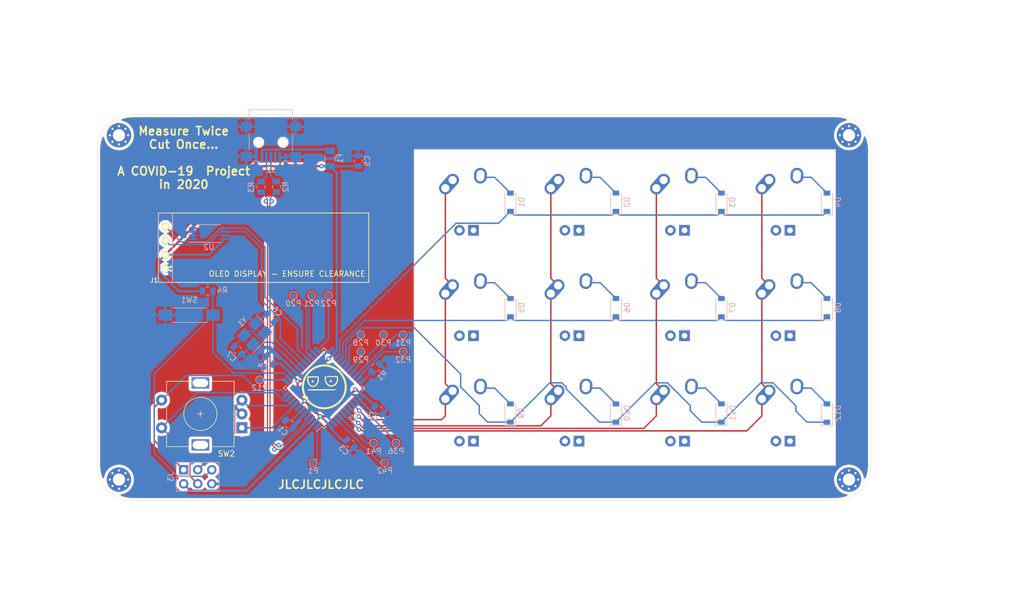
<source format=kicad_pcb>
(kicad_pcb (version 20171130) (host pcbnew 5.1.6)
  (layers (0 F.Cu signal) (31 B.Cu signal) (34 B.Paste user) (35 F.Paste user) (36 B.SilkS user) (37 F.SilkS user) (38 B.Mask user) (39 F.Mask user) (44 Edge.Cuts user))
  (net 0 "")
  (net 1 GND)
  (net 2 "Net-(C1-Pad1)")
  (net 3 +5V)
  (net 4 "Net-(C6-Pad1)")
  (net 5 "Net-(C7-Pad1)")
  (net 6 "Net-(D1-Pad2)")
  (net 7 "Net-(D2-Pad2)")
  (net 8 "Net-(D3-Pad2)")
  (net 9 "Net-(D4-Pad2)")
  (net 10 "Net-(D5-Pad2)")
  (net 11 "Net-(D6-Pad2)")
  (net 12 "Net-(D7-Pad2)")
  (net 13 "Net-(D8-Pad2)")
  (net 14 "Net-(D9-Pad2)")
  (net 15 "Net-(D10-Pad2)")
  (net 16 "Net-(D11-Pad2)")
  (net 17 "Net-(D12-Pad2)")
  (net 18 VCC)
  (net 19 "Net-(MX1-Pad4)")
  (net 20 "Net-(MX1-Pad3)")
  (net 21 "Net-(MX2-Pad4)")
  (net 22 "Net-(MX2-Pad3)")
  (net 23 "Net-(MX3-Pad4)")
  (net 24 "Net-(MX3-Pad3)")
  (net 25 "Net-(MX4-Pad4)")
  (net 26 "Net-(MX4-Pad3)")
  (net 27 "Net-(MX5-Pad4)")
  (net 28 "Net-(MX5-Pad3)")
  (net 29 "Net-(MX6-Pad4)")
  (net 30 "Net-(MX6-Pad3)")
  (net 31 "Net-(MX7-Pad4)")
  (net 32 "Net-(MX7-Pad3)")
  (net 33 "Net-(MX8-Pad4)")
  (net 34 "Net-(MX8-Pad3)")
  (net 35 "Net-(MX9-Pad4)")
  (net 36 "Net-(MX9-Pad3)")
  (net 37 "Net-(MX10-Pad4)")
  (net 38 "Net-(MX10-Pad3)")
  (net 39 "Net-(MX11-Pad4)")
  (net 40 "Net-(MX11-Pad3)")
  (net 41 "Net-(MX12-Pad4)")
  (net 42 "Net-(MX12-Pad3)")
  (net 43 "Net-(R1-Pad2)")
  (net 44 D+)
  (net 45 D-)
  (net 46 /ROW_0)
  (net 47 /ROW_1)
  (net 48 /ROW_2)
  (net 49 /COL_0)
  (net 50 /COL_1)
  (net 51 /COL_2)
  (net 52 /COL_3)
  (net 53 /SDA)
  (net 54 /SCL)
  (net 55 /RE_A)
  (net 56 /RE_B)
  (net 57 /ENC_S2)
  (net 58 /ENC_S1)
  (net 59 "Net-(J2-Pad4)")
  (net 60 "Net-(J2-Pad3)")
  (net 61 "Net-(J2-Pad2)")
  (net 62 /!RESET)
  (net 63 "Net-(P1-Pad1)")
  (net 64 "Net-(P12-Pad1)")
  (net 65 "Net-(P20-Pad1)")
  (net 66 "Net-(P21-Pad1)")
  (net 67 "Net-(P22-Pad1)")
  (net 68 "Net-(P28-Pad1)")
  (net 69 "Net-(P29-Pad1)")
  (net 70 "Net-(P30-Pad1)")
  (net 71 "Net-(P31-Pad1)")
  (net 72 "Net-(P32-Pad1)")
  (net 73 "Net-(P36-Pad1)")
  (net 74 "Net-(P41-Pad1)")
  (net 75 "Net-(P42-Pad1)")
  (module TestPoint:TestPoint_Pad_D1.0mm (layer B.Cu) (at 85.598 83.312)
    (fp_text reference P42 (at 0 1.448) (layer B.SilkS) (effects (justify mirror)))
    (fp_text value TestPoint)
    (pad 1 smd circle (at 0 0) (size 1 1) (layers B.Cu B.Mask) (net 75 "Net-(P42-Pad1)"))
  )
  (module TestPoint:TestPoint_Pad_D1.0mm (layer B.Cu) (at 83.566 79.756)
    (fp_text reference P41 (at 0 1.448) (layer B.SilkS) (effects (justify mirror)))
    (fp_text value TestPoint)
    (pad 1 smd circle (at 0 0) (size 1 1) (layers B.Cu B.Mask) (net 74 "Net-(P41-Pad1)"))
  )
  (module TestPoint:TestPoint_Pad_D1.0mm (layer B.Cu) (at 87.63 79.756)
    (fp_text reference P36 (at 0 1.448) (layer B.SilkS) (effects (justify mirror)))
    (fp_text value TestPoint)
    (pad 1 smd circle (at 0 0) (size 1 1) (layers B.Cu B.Mask) (net 73 "Net-(P36-Pad1)"))
  )
  (module TestPoint:TestPoint_Pad_D1.0mm (layer B.Cu) (at 88.9 63.246)
    (fp_text reference P32 (at 0 1.448) (layer B.SilkS) (effects (justify mirror)))
    (fp_text value TestPoint)
    (pad 1 smd circle (at 0 0) (size 1 1) (layers B.Cu B.Mask) (net 72 "Net-(P32-Pad1)"))
  )
  (module TestPoint:TestPoint_Pad_D1.0mm (layer B.Cu) (at 88.9 60.198)
    (fp_text reference P31 (at 0 1.448) (layer B.SilkS) (effects (justify mirror)))
    (fp_text value TestPoint)
    (pad 1 smd circle (at 0 0) (size 1 1) (layers B.Cu B.Mask) (net 71 "Net-(P31-Pad1)"))
  )
  (module TestPoint:TestPoint_Pad_D1.0mm (layer B.Cu) (at 85.344 60.198)
    (fp_text reference P30 (at 0 1.448) (layer B.SilkS) (effects (justify mirror)))
    (fp_text value TestPoint)
    (pad 1 smd circle (at 0 0) (size 1 1) (layers B.Cu B.Mask) (net 70 "Net-(P30-Pad1)"))
  )
  (module TestPoint:TestPoint_Pad_D1.0mm (layer B.Cu) (at 81.28 63.246)
    (fp_text reference P29 (at 0 1.448) (layer B.SilkS) (effects (justify mirror)))
    (fp_text value TestPoint)
    (pad 1 smd circle (at 0 0) (size 1 1) (layers B.Cu B.Mask) (net 69 "Net-(P29-Pad1)"))
  )
  (module TestPoint:TestPoint_Pad_D1.0mm (layer B.Cu) (at 81.28 60.198)
    (fp_text reference P28 (at 0 1.448) (layer B.SilkS) (effects (justify mirror)))
    (fp_text value TestPoint)
    (pad 1 smd circle (at 0 0) (size 1 1) (layers B.Cu B.Mask) (net 68 "Net-(P28-Pad1)"))
  )
  (module TestPoint:TestPoint_Pad_D1.0mm (layer B.Cu) (at 75.438 53.086)
    (fp_text reference P22 (at 0 1.448) (layer B.SilkS) (effects (justify mirror)))
    (fp_text value TestPoint)
    (pad 1 smd circle (at 0 0) (size 1 1) (layers B.Cu B.Mask) (net 67 "Net-(P22-Pad1)"))
  )
  (module TestPoint:TestPoint_Pad_D1.0mm (layer B.Cu) (at 72.39 53.086)
    (fp_text reference P21 (at 0 1.448) (layer B.SilkS) (effects (justify mirror)))
    (fp_text value TestPoint)
    (pad 1 smd circle (at 0 0) (size 1 1) (layers B.Cu B.Mask) (net 66 "Net-(P21-Pad1)"))
  )
  (module TestPoint:TestPoint_Pad_D1.0mm (layer B.Cu) (at 69.088 53.086)
    (fp_text reference P20 (at 0 1.448) (layer B.SilkS) (effects (justify mirror)))
    (fp_text value TestPoint)
    (pad 1 smd circle (at 0 0) (size 1 1) (layers B.Cu B.Mask) (net 65 "Net-(P20-Pad1)"))
  )
  (module TestPoint:TestPoint_Pad_D1.0mm (layer B.Cu) (at 62.992 68.326)
    (fp_text reference P12 (at 0 1.448) (layer B.SilkS) (effects (justify mirror)))
    (fp_text value TestPoint)
    (pad 1 smd circle (at 0 0) (size 1 1) (layers B.Cu B.Mask) (net 64 "Net-(P12-Pad1)"))
  )
  (module TestPoint:TestPoint_Pad_D1.0mm (layer B.Cu) (at 72.644 83.312)
    (fp_text reference P1 (at 0 1.448) (layer B.SilkS) (effects (justify mirror)))
    (fp_text value TestPoint)
    (pad 1 smd circle (at 0 0) (size 1 1) (layers B.Cu B.Mask) (net 63 "Net-(P1-Pad1)"))
  )
  (module Fuse:Fuse_1206_3216Metric (layer B.Cu) (at 75.692 28.324 90)
    (fp_text reference F1 (at 0 1.82 90) (layer B.SilkS) (effects (justify mirror)))
    (fp_text value 500mA)
    (pad 2 smd roundrect (at 1.4 0 90) (size 1.25 1.75) (layers B.Cu B.Paste B.Mask) (roundrect_rratio 0.2) (net 18 VCC))
    (pad 1 smd roundrect (at -1.4 0 90) (size 1.25 1.75) (layers B.Cu B.Paste B.Mask) (roundrect_rratio 0.2) (net 3 +5V))
  )
  (module artwork:unamused_sm (layer F.Cu) (at 74.676 69.596)
    (fp_text reference G*** hide)
    (fp_text value LOGO hide)
  )
  (module MountingHole:MountingHole_2.2mm_M2_Pad_Via (layer F.Cu) (at 37.592 86.36)
    (fp_text reference REF** hide)
    (fp_text value MountingHole_2.2mm_M2_Pad_Via)
    (pad 1 thru_hole circle (at 0 0) (size 4.4 4.4) (drill 2.2) (layers *.Cu *.Mask))
    (pad 1 thru_hole circle (at 1.65 0) (size 0.7 0.7) (drill 0.4) (layers *.Cu *.Mask))
    (pad 1 thru_hole circle (at 1.166726 1.166726) (size 0.7 0.7) (drill 0.4) (layers *.Cu *.Mask))
    (pad 1 thru_hole circle (at 0 1.65) (size 0.7 0.7) (drill 0.4) (layers *.Cu *.Mask))
    (pad 1 thru_hole circle (at -1.166726 1.166726) (size 0.7 0.7) (drill 0.4) (layers *.Cu *.Mask))
    (pad 1 thru_hole circle (at -1.65 0) (size 0.7 0.7) (drill 0.4) (layers *.Cu *.Mask))
    (pad 1 thru_hole circle (at -1.166726 -1.166726) (size 0.7 0.7) (drill 0.4) (layers *.Cu *.Mask))
    (pad 1 thru_hole circle (at 0 -1.65) (size 0.7 0.7) (drill 0.4) (layers *.Cu *.Mask))
    (pad 1 thru_hole circle (at 1.166726 -1.166726) (size 0.7 0.7) (drill 0.4) (layers *.Cu *.Mask))
  )
  (module MountingHole:MountingHole_2.2mm_M2_Pad_Via (layer F.Cu) (at 169.418 86.36)
    (fp_text reference REF** hide)
    (fp_text value MountingHole_2.2mm_M2_Pad_Via)
    (pad 1 thru_hole circle (at 0 0) (size 4.4 4.4) (drill 2.2) (layers *.Cu *.Mask))
    (pad 1 thru_hole circle (at 1.65 0) (size 0.7 0.7) (drill 0.4) (layers *.Cu *.Mask))
    (pad 1 thru_hole circle (at 1.166726 1.166726) (size 0.7 0.7) (drill 0.4) (layers *.Cu *.Mask))
    (pad 1 thru_hole circle (at 0 1.65) (size 0.7 0.7) (drill 0.4) (layers *.Cu *.Mask))
    (pad 1 thru_hole circle (at -1.166726 1.166726) (size 0.7 0.7) (drill 0.4) (layers *.Cu *.Mask))
    (pad 1 thru_hole circle (at -1.65 0) (size 0.7 0.7) (drill 0.4) (layers *.Cu *.Mask))
    (pad 1 thru_hole circle (at -1.166726 -1.166726) (size 0.7 0.7) (drill 0.4) (layers *.Cu *.Mask))
    (pad 1 thru_hole circle (at 0 -1.65) (size 0.7 0.7) (drill 0.4) (layers *.Cu *.Mask))
    (pad 1 thru_hole circle (at 1.166726 -1.166726) (size 0.7 0.7) (drill 0.4) (layers *.Cu *.Mask))
  )
  (module MountingHole:MountingHole_2.2mm_M2_Pad_Via (layer F.Cu) (at 169.418 24.13)
    (fp_text reference REF** hide)
    (fp_text value MountingHole_2.2mm_M2_Pad_Via)
    (pad 1 thru_hole circle (at 0 0) (size 4.4 4.4) (drill 2.2) (layers *.Cu *.Mask))
    (pad 1 thru_hole circle (at 1.65 0) (size 0.7 0.7) (drill 0.4) (layers *.Cu *.Mask))
    (pad 1 thru_hole circle (at 1.166726 1.166726) (size 0.7 0.7) (drill 0.4) (layers *.Cu *.Mask))
    (pad 1 thru_hole circle (at 0 1.65) (size 0.7 0.7) (drill 0.4) (layers *.Cu *.Mask))
    (pad 1 thru_hole circle (at -1.166726 1.166726) (size 0.7 0.7) (drill 0.4) (layers *.Cu *.Mask))
    (pad 1 thru_hole circle (at -1.65 0) (size 0.7 0.7) (drill 0.4) (layers *.Cu *.Mask))
    (pad 1 thru_hole circle (at -1.166726 -1.166726) (size 0.7 0.7) (drill 0.4) (layers *.Cu *.Mask))
    (pad 1 thru_hole circle (at 0 -1.65) (size 0.7 0.7) (drill 0.4) (layers *.Cu *.Mask))
    (pad 1 thru_hole circle (at 1.166726 -1.166726) (size 0.7 0.7) (drill 0.4) (layers *.Cu *.Mask))
  )
  (module MountingHole:MountingHole_2.2mm_M2_Pad_Via (layer F.Cu) (at 37.592 24.13)
    (fp_text reference REF** hide)
    (fp_text value MountingHole_2.2mm_M2_Pad_Via)
    (pad 1 thru_hole circle (at 1.166726 -1.166726) (size 0.7 0.7) (drill 0.4) (layers *.Cu *.Mask))
    (pad 1 thru_hole circle (at 0 -1.65) (size 0.7 0.7) (drill 0.4) (layers *.Cu *.Mask))
    (pad 1 thru_hole circle (at -1.166726 -1.166726) (size 0.7 0.7) (drill 0.4) (layers *.Cu *.Mask))
    (pad 1 thru_hole circle (at -1.65 0) (size 0.7 0.7) (drill 0.4) (layers *.Cu *.Mask))
    (pad 1 thru_hole circle (at -1.166726 1.166726) (size 0.7 0.7) (drill 0.4) (layers *.Cu *.Mask))
    (pad 1 thru_hole circle (at 0 1.65) (size 0.7 0.7) (drill 0.4) (layers *.Cu *.Mask))
    (pad 1 thru_hole circle (at 1.166726 1.166726) (size 0.7 0.7) (drill 0.4) (layers *.Cu *.Mask))
    (pad 1 thru_hole circle (at 1.65 0) (size 0.7 0.7) (drill 0.4) (layers *.Cu *.Mask))
    (pad 1 thru_hole circle (at 0 0) (size 4.4 4.4) (drill 2.2) (layers *.Cu *.Mask))
  )
  (module Button_Switch_SMD:SW_SPST_REED_CT05-XXXX-G1 (layer B.Cu) (at 50.28 56.642)
    (fp_text reference SW1 (at 0 -2.75) (layer B.SilkS) (effects (justify mirror)))
    (fp_text value SPST)
    (pad 1 smd rect (at -4.28 0) (size 2.5 2) (layers B.Cu B.Paste B.Mask) (net 1 GND))
    (pad 2 smd rect (at 4.28 0) (size 2.5 2) (layers B.Cu B.Paste B.Mask) (net 62 /!RESET))
  )
  (module Connector_PinHeader_2.54mm:PinHeader_2x03_P2.54mm_Vertical (layer B.Cu) (at 49.276 84.582 270)
    (fp_text reference J3 (at 1.27 2.33 90) (layer B.SilkS) (effects (justify mirror)))
    (fp_text value AVR-ISP-6)
    (pad 6 thru_hole oval (at 2.54 -5.08 270) (size 1.7 1.7) (drill 1) (layers *.Cu *.Mask) (net 1 GND))
    (pad 5 thru_hole oval (at 0 -5.08 270) (size 1.7 1.7) (drill 1) (layers *.Cu *.Mask) (net 62 /!RESET))
    (pad 4 thru_hole oval (at 2.54 -2.54 270) (size 1.7 1.7) (drill 1) (layers *.Cu *.Mask) (net 57 /ENC_S2))
    (pad 3 thru_hole oval (at 0 -2.54 270) (size 1.7 1.7) (drill 1) (layers *.Cu *.Mask) (net 56 /RE_B))
    (pad 2 thru_hole oval (at 2.54 0 270) (size 1.7 1.7) (drill 1) (layers *.Cu *.Mask) (net 3 +5V))
    (pad 1 thru_hole rect (at 0 0 270) (size 1.7 1.7) (drill 1) (layers *.Cu *.Mask) (net 58 /ENC_S1))
  )
  (module Package_SO:TSSOP-8_4.4x3mm_P0.65mm (layer B.Cu) (at 53.82 41.89)
    (fp_text reference U2 (at 0 2.45) (layer B.SilkS) (effects (justify mirror)))
    (fp_text value 24LC512)
    (pad 8 smd roundrect (at 2.8625 0.975) (size 1.475 0.4) (layers B.Cu B.Paste B.Mask) (net 3 +5V))
    (pad 7 smd roundrect (at 2.8625 0.325) (size 1.475 0.4) (layers B.Cu B.Paste B.Mask) (net 1 GND))
    (pad 6 smd roundrect (at 2.8625 -0.325) (size 1.475 0.4) (layers B.Cu B.Paste B.Mask) (net 54 /SCL))
    (pad 5 smd roundrect (at 2.8625 -0.975) (size 1.475 0.4) (layers B.Cu B.Paste B.Mask) (net 53 /SDA))
    (pad 4 smd roundrect (at -2.8625 -0.975) (size 1.475 0.4) (layers B.Cu B.Paste B.Mask) (net 1 GND))
    (pad 3 smd roundrect (at -2.8625 -0.325) (size 1.475 0.4) (layers B.Cu B.Paste B.Mask) (net 1 GND))
    (pad 2 smd roundrect (at -2.8625 0.325) (size 1.475 0.4) (layers B.Cu B.Paste B.Mask) (net 1 GND))
    (pad 1 smd roundrect (at -2.8625 0.975) (size 1.475 0.4) (layers B.Cu B.Paste B.Mask) (net 1 GND))
  )
  (module MX_Alps_Hybrid:MX-1U (layer F.Cu) (at 119.39375 74.3275)
    (fp_text reference MX10)
    (fp_text value MX-LED)
    (pad "" np_thru_hole circle (at 5.08 0 48.0996) (size 1.75 1.75) (drill 1.75) (layers *.Cu *.Mask))
    (pad "" np_thru_hole circle (at -5.08 0 48.0996) (size 1.75 1.75) (drill 1.75) (layers *.Cu *.Mask))
    (pad 4 thru_hole rect (at 1.27 5.08) (size 1.905 1.905) (drill 1.04) (layers *.Cu B.Mask) (net 37 "Net-(MX10-Pad4)"))
    (pad 3 thru_hole circle (at -1.27 5.08) (size 1.905 1.905) (drill 1.04) (layers *.Cu B.Mask) (net 38 "Net-(MX10-Pad3)"))
    (pad 1 thru_hole circle (at -2.5 -4) (size 2.25 2.25) (drill 1.47) (layers *.Cu B.Mask) (net 50 /COL_1))
    (pad "" np_thru_hole circle (at 0 0) (size 3.9878 3.9878) (drill 3.9878) (layers *.Cu *.Mask))
    (pad 1 thru_hole oval (at -3.81 -2.54 48.0996) (size 4.211556 2.25) (drill 1.47 (offset 0.980778 0)) (layers *.Cu B.Mask) (net 50 /COL_1))
    (pad 2 thru_hole circle (at 2.54 -5.08) (size 2.25 2.25) (drill 1.47) (layers *.Cu B.Mask) (net 15 "Net-(D10-Pad2)"))
    (pad 2 thru_hole oval (at 2.5 -4.5 86.0548) (size 2.831378 2.25) (drill 1.47 (offset 0.290689 0)) (layers *.Cu B.Mask) (net 15 "Net-(D10-Pad2)"))
  )
  (module SofleKeyboard-footprint:OLED_0.91in_4pin (layer F.Cu) (at 45.974 40.64 270)
    (fp_text reference J1 (at 9.7 2.034) (layer F.SilkS) (effects (font (size 0.8128 0.8128))))
    (fp_text value Conn_01x04 hide)
    (fp_text user "OLED DISPLAY - ENSURE CLEARANCE" (at 8.53 -21.976) (layer F.SilkS))
    (pad 4 thru_hole circle (at 0 0 270) (size 1.397 1.397) (drill 0.8128) (layers *.Cu *.Mask F.SilkS) (net 53 /SDA))
    (pad 3 thru_hole circle (at 2.54 0 270) (size 1.397 1.397) (drill 0.8128) (layers *.Cu *.Mask F.SilkS) (net 54 /SCL))
    (pad 2 thru_hole circle (at 5.08 0 270) (size 1.397 1.397) (drill 0.8128) (layers *.Cu *.Mask F.SilkS) (net 3 +5V))
    (pad 1 thru_hole circle (at 7.62 0 270) (size 1.397 1.397) (drill 0.8128) (layers *.Cu *.Mask F.SilkS) (net 1 GND))
  )
  (module Package_QFP:TQFP-44_10x10mm_P0.8mm (layer B.Cu) (at 74.6125 69.85 45)
    (fp_text reference U1 (at 0 7.450001 45) (layer B.SilkS) (effects (justify mirror)))
    (fp_text value ATmega32U4-AU)
    (pad 44 smd rect (at -4 5.7 315) (size 1.5 0.55) (layers B.Cu B.Paste B.Mask) (net 3 +5V))
    (pad 43 smd rect (at -3.2 5.7 315) (size 1.5 0.55) (layers B.Cu B.Paste B.Mask) (net 1 GND))
    (pad 42 smd rect (at -2.4 5.7 315) (size 1.5 0.55) (layers B.Cu B.Paste B.Mask) (net 75 "Net-(P42-Pad1)"))
    (pad 41 smd rect (at -1.6 5.7 315) (size 1.5 0.55) (layers B.Cu B.Paste B.Mask) (net 74 "Net-(P41-Pad1)"))
    (pad 40 smd rect (at -0.8 5.7 315) (size 1.5 0.55) (layers B.Cu B.Paste B.Mask) (net 52 /COL_3))
    (pad 39 smd rect (at 0 5.7 315) (size 1.5 0.55) (layers B.Cu B.Paste B.Mask) (net 51 /COL_2))
    (pad 38 smd rect (at 0.8 5.7 315) (size 1.5 0.55) (layers B.Cu B.Paste B.Mask) (net 50 /COL_1))
    (pad 37 smd rect (at 1.6 5.7 315) (size 1.5 0.55) (layers B.Cu B.Paste B.Mask) (net 49 /COL_0))
    (pad 36 smd rect (at 2.4 5.7 315) (size 1.5 0.55) (layers B.Cu B.Paste B.Mask) (net 73 "Net-(P36-Pad1)"))
    (pad 35 smd rect (at 3.2 5.7 315) (size 1.5 0.55) (layers B.Cu B.Paste B.Mask) (net 1 GND))
    (pad 34 smd rect (at 4 5.7 315) (size 1.5 0.55) (layers B.Cu B.Paste B.Mask) (net 3 +5V))
    (pad 33 smd rect (at 5.7 4 45) (size 1.5 0.55) (layers B.Cu B.Paste B.Mask) (net 43 "Net-(R1-Pad2)"))
    (pad 32 smd rect (at 5.7 3.2 45) (size 1.5 0.55) (layers B.Cu B.Paste B.Mask) (net 72 "Net-(P32-Pad1)"))
    (pad 31 smd rect (at 5.7 2.4 45) (size 1.5 0.55) (layers B.Cu B.Paste B.Mask) (net 71 "Net-(P31-Pad1)"))
    (pad 30 smd rect (at 5.7 1.6 45) (size 1.5 0.55) (layers B.Cu B.Paste B.Mask) (net 70 "Net-(P30-Pad1)"))
    (pad 29 smd rect (at 5.7 0.8 45) (size 1.5 0.55) (layers B.Cu B.Paste B.Mask) (net 69 "Net-(P29-Pad1)"))
    (pad 28 smd rect (at 5.7 0 45) (size 1.5 0.55) (layers B.Cu B.Paste B.Mask) (net 68 "Net-(P28-Pad1)"))
    (pad 27 smd rect (at 5.7 -0.8 45) (size 1.5 0.55) (layers B.Cu B.Paste B.Mask) (net 48 /ROW_2))
    (pad 26 smd rect (at 5.7 -1.6 45) (size 1.5 0.55) (layers B.Cu B.Paste B.Mask) (net 47 /ROW_1))
    (pad 25 smd rect (at 5.7 -2.4 45) (size 1.5 0.55) (layers B.Cu B.Paste B.Mask) (net 46 /ROW_0))
    (pad 24 smd rect (at 5.7 -3.2 45) (size 1.5 0.55) (layers B.Cu B.Paste B.Mask) (net 3 +5V))
    (pad 23 smd rect (at 5.7 -4 45) (size 1.5 0.55) (layers B.Cu B.Paste B.Mask) (net 1 GND))
    (pad 22 smd rect (at 4 -5.7 315) (size 1.5 0.55) (layers B.Cu B.Paste B.Mask) (net 67 "Net-(P22-Pad1)"))
    (pad 21 smd rect (at 3.2 -5.7 315) (size 1.5 0.55) (layers B.Cu B.Paste B.Mask) (net 66 "Net-(P21-Pad1)"))
    (pad 20 smd rect (at 2.4 -5.7 315) (size 1.5 0.55) (layers B.Cu B.Paste B.Mask) (net 65 "Net-(P20-Pad1)"))
    (pad 19 smd rect (at 1.6 -5.7 315) (size 1.5 0.55) (layers B.Cu B.Paste B.Mask) (net 53 /SDA))
    (pad 18 smd rect (at 0.8 -5.7 315) (size 1.5 0.55) (layers B.Cu B.Paste B.Mask) (net 54 /SCL))
    (pad 17 smd rect (at 0 -5.7 315) (size 1.5 0.55) (layers B.Cu B.Paste B.Mask) (net 4 "Net-(C6-Pad1)"))
    (pad 16 smd rect (at -0.8 -5.7 315) (size 1.5 0.55) (layers B.Cu B.Paste B.Mask) (net 5 "Net-(C7-Pad1)"))
    (pad 15 smd rect (at -1.6 -5.7 315) (size 1.5 0.55) (layers B.Cu B.Paste B.Mask) (net 1 GND))
    (pad 14 smd rect (at -2.4 -5.7 315) (size 1.5 0.55) (layers B.Cu B.Paste B.Mask) (net 3 +5V))
    (pad 13 smd rect (at -3.2 -5.7 315) (size 1.5 0.55) (layers B.Cu B.Paste B.Mask) (net 62 /!RESET))
    (pad 12 smd rect (at -4 -5.7 315) (size 1.5 0.55) (layers B.Cu B.Paste B.Mask) (net 64 "Net-(P12-Pad1)"))
    (pad 11 smd rect (at -5.7 -4 45) (size 1.5 0.55) (layers B.Cu B.Paste B.Mask) (net 58 /ENC_S1))
    (pad 10 smd rect (at -5.7 -3.2 45) (size 1.5 0.55) (layers B.Cu B.Paste B.Mask) (net 57 /ENC_S2))
    (pad 9 smd rect (at -5.7 -2.4 45) (size 1.5 0.55) (layers B.Cu B.Paste B.Mask) (net 56 /RE_B))
    (pad 8 smd rect (at -5.7 -1.6 45) (size 1.5 0.55) (layers B.Cu B.Paste B.Mask) (net 55 /RE_A))
    (pad 7 smd rect (at -5.7 -0.8 45) (size 1.5 0.55) (layers B.Cu B.Paste B.Mask) (net 3 +5V))
    (pad 6 smd rect (at -5.7 0 45) (size 1.5 0.55) (layers B.Cu B.Paste B.Mask) (net 2 "Net-(C1-Pad1)"))
    (pad 5 smd rect (at -5.7 0.8 45) (size 1.5 0.55) (layers B.Cu B.Paste B.Mask) (net 1 GND))
    (pad 4 smd rect (at -5.7 1.6 45) (size 1.5 0.55) (layers B.Cu B.Paste B.Mask) (net 44 D+))
    (pad 3 smd rect (at -5.7 2.4 45) (size 1.5 0.55) (layers B.Cu B.Paste B.Mask) (net 45 D-))
    (pad 2 smd rect (at -5.7 3.2 45) (size 1.5 0.55) (layers B.Cu B.Paste B.Mask) (net 3 +5V))
    (pad 1 smd rect (at -5.7 4 45) (size 1.5 0.55) (layers B.Cu B.Paste B.Mask) (net 63 "Net-(P1-Pad1)"))
  )
  (module Connector_USB:USB_Mini-B_Lumberg_2486_01_Horizontal (layer B.Cu) (at 65.024 25.4)
    (fp_text reference J2 (at 0 5) (layer B.SilkS) (effects (justify mirror)))
    (fp_text value USB_B_Mini)
    (pad "" np_thru_hole circle (at 2.2 0) (size 1 1) (drill 1) (layers *.Cu *.Mask))
    (pad "" np_thru_hole circle (at -2.2 0) (size 1 1) (drill 1) (layers *.Cu *.Mask))
    (pad 6 smd rect (at 4.45 -2.85) (size 2 1.7) (layers B.Cu B.Paste B.Mask) (net 1 GND))
    (pad 6 smd rect (at 4.45 2.6) (size 2 1.7) (layers B.Cu B.Paste B.Mask) (net 1 GND))
    (pad 6 smd rect (at -4.45 -2.85) (size 2 1.7) (layers B.Cu B.Paste B.Mask) (net 1 GND))
    (pad 6 smd rect (at -4.45 2.6) (size 2 1.7) (layers B.Cu B.Paste B.Mask) (net 1 GND))
    (pad 5 smd rect (at 1.6 2.7) (size 0.5 2) (layers B.Cu B.Paste B.Mask) (net 1 GND))
    (pad 4 smd rect (at 0.8 2.7) (size 0.5 2) (layers B.Cu B.Paste B.Mask) (net 59 "Net-(J2-Pad4)"))
    (pad 3 smd rect (at 0 2.7) (size 0.5 2) (layers B.Cu B.Paste B.Mask) (net 60 "Net-(J2-Pad3)"))
    (pad 2 smd rect (at -0.8 2.7) (size 0.5 2) (layers B.Cu B.Paste B.Mask) (net 61 "Net-(J2-Pad2)"))
    (pad 1 smd rect (at -1.6 2.7) (size 0.5 2) (layers B.Cu B.Paste B.Mask) (net 18 VCC))
  )
  (module MX_Alps_Hybrid:MX-1U (layer F.Cu) (at 100.34375 36.2275)
    (fp_text reference MX1)
    (fp_text value MX-LED)
    (pad "" np_thru_hole circle (at 5.08 0 48.0996) (size 1.75 1.75) (drill 1.75) (layers *.Cu *.Mask))
    (pad "" np_thru_hole circle (at -5.08 0 48.0996) (size 1.75 1.75) (drill 1.75) (layers *.Cu *.Mask))
    (pad 4 thru_hole rect (at 1.27 5.08) (size 1.905 1.905) (drill 1.04) (layers *.Cu B.Mask) (net 19 "Net-(MX1-Pad4)"))
    (pad 3 thru_hole circle (at -1.27 5.08) (size 1.905 1.905) (drill 1.04) (layers *.Cu B.Mask) (net 20 "Net-(MX1-Pad3)"))
    (pad 1 thru_hole circle (at -2.5 -4) (size 2.25 2.25) (drill 1.47) (layers *.Cu B.Mask) (net 49 /COL_0))
    (pad "" np_thru_hole circle (at 0 0) (size 3.9878 3.9878) (drill 3.9878) (layers *.Cu *.Mask))
    (pad 1 thru_hole oval (at -3.81 -2.54 48.0996) (size 4.211556 2.25) (drill 1.47 (offset 0.980778 0)) (layers *.Cu B.Mask) (net 49 /COL_0))
    (pad 2 thru_hole circle (at 2.54 -5.08) (size 2.25 2.25) (drill 1.47) (layers *.Cu B.Mask) (net 6 "Net-(D1-Pad2)"))
    (pad 2 thru_hole oval (at 2.5 -4.5 86.0548) (size 2.831378 2.25) (drill 1.47 (offset 0.290689 0)) (layers *.Cu B.Mask) (net 6 "Net-(D1-Pad2)"))
  )
  (module MX_Alps_Hybrid:MX-1U (layer F.Cu) (at 119.39375 36.2275)
    (fp_text reference MX2)
    (fp_text value MX-LED)
    (pad "" np_thru_hole circle (at 5.08 0 48.0996) (size 1.75 1.75) (drill 1.75) (layers *.Cu *.Mask))
    (pad "" np_thru_hole circle (at -5.08 0 48.0996) (size 1.75 1.75) (drill 1.75) (layers *.Cu *.Mask))
    (pad 4 thru_hole rect (at 1.27 5.08) (size 1.905 1.905) (drill 1.04) (layers *.Cu B.Mask) (net 21 "Net-(MX2-Pad4)"))
    (pad 3 thru_hole circle (at -1.27 5.08) (size 1.905 1.905) (drill 1.04) (layers *.Cu B.Mask) (net 22 "Net-(MX2-Pad3)"))
    (pad 1 thru_hole circle (at -2.5 -4) (size 2.25 2.25) (drill 1.47) (layers *.Cu B.Mask) (net 50 /COL_1))
    (pad "" np_thru_hole circle (at 0 0) (size 3.9878 3.9878) (drill 3.9878) (layers *.Cu *.Mask))
    (pad 1 thru_hole oval (at -3.81 -2.54 48.0996) (size 4.211556 2.25) (drill 1.47 (offset 0.980778 0)) (layers *.Cu B.Mask) (net 50 /COL_1))
    (pad 2 thru_hole circle (at 2.54 -5.08) (size 2.25 2.25) (drill 1.47) (layers *.Cu B.Mask) (net 7 "Net-(D2-Pad2)"))
    (pad 2 thru_hole oval (at 2.5 -4.5 86.0548) (size 2.831378 2.25) (drill 1.47 (offset 0.290689 0)) (layers *.Cu B.Mask) (net 7 "Net-(D2-Pad2)"))
  )
  (module MX_Alps_Hybrid:MX-1U (layer F.Cu) (at 138.44375 36.2275)
    (fp_text reference MX3)
    (fp_text value MX-LED)
    (pad "" np_thru_hole circle (at 5.08 0 48.0996) (size 1.75 1.75) (drill 1.75) (layers *.Cu *.Mask))
    (pad "" np_thru_hole circle (at -5.08 0 48.0996) (size 1.75 1.75) (drill 1.75) (layers *.Cu *.Mask))
    (pad 4 thru_hole rect (at 1.27 5.08) (size 1.905 1.905) (drill 1.04) (layers *.Cu B.Mask) (net 23 "Net-(MX3-Pad4)"))
    (pad 3 thru_hole circle (at -1.27 5.08) (size 1.905 1.905) (drill 1.04) (layers *.Cu B.Mask) (net 24 "Net-(MX3-Pad3)"))
    (pad 1 thru_hole circle (at -2.5 -4) (size 2.25 2.25) (drill 1.47) (layers *.Cu B.Mask) (net 51 /COL_2))
    (pad "" np_thru_hole circle (at 0 0) (size 3.9878 3.9878) (drill 3.9878) (layers *.Cu *.Mask))
    (pad 1 thru_hole oval (at -3.81 -2.54 48.0996) (size 4.211556 2.25) (drill 1.47 (offset 0.980778 0)) (layers *.Cu B.Mask) (net 51 /COL_2))
    (pad 2 thru_hole circle (at 2.54 -5.08) (size 2.25 2.25) (drill 1.47) (layers *.Cu B.Mask) (net 8 "Net-(D3-Pad2)"))
    (pad 2 thru_hole oval (at 2.5 -4.5 86.0548) (size 2.831378 2.25) (drill 1.47 (offset 0.290689 0)) (layers *.Cu B.Mask) (net 8 "Net-(D3-Pad2)"))
  )
  (module MX_Alps_Hybrid:MX-1U (layer F.Cu) (at 157.49375 36.2275)
    (fp_text reference MX4)
    (fp_text value MX-LED)
    (pad "" np_thru_hole circle (at 5.08 0 48.0996) (size 1.75 1.75) (drill 1.75) (layers *.Cu *.Mask))
    (pad "" np_thru_hole circle (at -5.08 0 48.0996) (size 1.75 1.75) (drill 1.75) (layers *.Cu *.Mask))
    (pad 4 thru_hole rect (at 1.27 5.08) (size 1.905 1.905) (drill 1.04) (layers *.Cu B.Mask) (net 25 "Net-(MX4-Pad4)"))
    (pad 3 thru_hole circle (at -1.27 5.08) (size 1.905 1.905) (drill 1.04) (layers *.Cu B.Mask) (net 26 "Net-(MX4-Pad3)"))
    (pad 1 thru_hole circle (at -2.5 -4) (size 2.25 2.25) (drill 1.47) (layers *.Cu B.Mask) (net 52 /COL_3))
    (pad "" np_thru_hole circle (at 0 0) (size 3.9878 3.9878) (drill 3.9878) (layers *.Cu *.Mask))
    (pad 1 thru_hole oval (at -3.81 -2.54 48.0996) (size 4.211556 2.25) (drill 1.47 (offset 0.980778 0)) (layers *.Cu B.Mask) (net 52 /COL_3))
    (pad 2 thru_hole circle (at 2.54 -5.08) (size 2.25 2.25) (drill 1.47) (layers *.Cu B.Mask) (net 9 "Net-(D4-Pad2)"))
    (pad 2 thru_hole oval (at 2.5 -4.5 86.0548) (size 2.831378 2.25) (drill 1.47 (offset 0.290689 0)) (layers *.Cu B.Mask) (net 9 "Net-(D4-Pad2)"))
  )
  (module MX_Alps_Hybrid:MX-1U (layer F.Cu) (at 100.34375 55.2775)
    (fp_text reference MX5)
    (fp_text value MX-LED)
    (pad "" np_thru_hole circle (at 5.08 0 48.0996) (size 1.75 1.75) (drill 1.75) (layers *.Cu *.Mask))
    (pad "" np_thru_hole circle (at -5.08 0 48.0996) (size 1.75 1.75) (drill 1.75) (layers *.Cu *.Mask))
    (pad 4 thru_hole rect (at 1.27 5.08) (size 1.905 1.905) (drill 1.04) (layers *.Cu B.Mask) (net 27 "Net-(MX5-Pad4)"))
    (pad 3 thru_hole circle (at -1.27 5.08) (size 1.905 1.905) (drill 1.04) (layers *.Cu B.Mask) (net 28 "Net-(MX5-Pad3)"))
    (pad 1 thru_hole circle (at -2.5 -4) (size 2.25 2.25) (drill 1.47) (layers *.Cu B.Mask) (net 49 /COL_0))
    (pad "" np_thru_hole circle (at 0 0) (size 3.9878 3.9878) (drill 3.9878) (layers *.Cu *.Mask))
    (pad 1 thru_hole oval (at -3.81 -2.54 48.0996) (size 4.211556 2.25) (drill 1.47 (offset 0.980778 0)) (layers *.Cu B.Mask) (net 49 /COL_0))
    (pad 2 thru_hole circle (at 2.54 -5.08) (size 2.25 2.25) (drill 1.47) (layers *.Cu B.Mask) (net 10 "Net-(D5-Pad2)"))
    (pad 2 thru_hole oval (at 2.5 -4.5 86.0548) (size 2.831378 2.25) (drill 1.47 (offset 0.290689 0)) (layers *.Cu B.Mask) (net 10 "Net-(D5-Pad2)"))
  )
  (module MX_Alps_Hybrid:MX-1U (layer F.Cu) (at 119.39375 55.2775)
    (fp_text reference MX6)
    (fp_text value MX-LED)
    (pad "" np_thru_hole circle (at 5.08 0 48.0996) (size 1.75 1.75) (drill 1.75) (layers *.Cu *.Mask))
    (pad "" np_thru_hole circle (at -5.08 0 48.0996) (size 1.75 1.75) (drill 1.75) (layers *.Cu *.Mask))
    (pad 4 thru_hole rect (at 1.27 5.08) (size 1.905 1.905) (drill 1.04) (layers *.Cu B.Mask) (net 29 "Net-(MX6-Pad4)"))
    (pad 3 thru_hole circle (at -1.27 5.08) (size 1.905 1.905) (drill 1.04) (layers *.Cu B.Mask) (net 30 "Net-(MX6-Pad3)"))
    (pad 1 thru_hole circle (at -2.5 -4) (size 2.25 2.25) (drill 1.47) (layers *.Cu B.Mask) (net 50 /COL_1))
    (pad "" np_thru_hole circle (at 0 0) (size 3.9878 3.9878) (drill 3.9878) (layers *.Cu *.Mask))
    (pad 1 thru_hole oval (at -3.81 -2.54 48.0996) (size 4.211556 2.25) (drill 1.47 (offset 0.980778 0)) (layers *.Cu B.Mask) (net 50 /COL_1))
    (pad 2 thru_hole circle (at 2.54 -5.08) (size 2.25 2.25) (drill 1.47) (layers *.Cu B.Mask) (net 11 "Net-(D6-Pad2)"))
    (pad 2 thru_hole oval (at 2.5 -4.5 86.0548) (size 2.831378 2.25) (drill 1.47 (offset 0.290689 0)) (layers *.Cu B.Mask) (net 11 "Net-(D6-Pad2)"))
  )
  (module MX_Alps_Hybrid:MX-1U (layer F.Cu) (at 138.44375 55.2775)
    (fp_text reference MX7)
    (fp_text value MX-LED)
    (pad "" np_thru_hole circle (at 5.08 0 48.0996) (size 1.75 1.75) (drill 1.75) (layers *.Cu *.Mask))
    (pad "" np_thru_hole circle (at -5.08 0 48.0996) (size 1.75 1.75) (drill 1.75) (layers *.Cu *.Mask))
    (pad 4 thru_hole rect (at 1.27 5.08) (size 1.905 1.905) (drill 1.04) (layers *.Cu B.Mask) (net 31 "Net-(MX7-Pad4)"))
    (pad 3 thru_hole circle (at -1.27 5.08) (size 1.905 1.905) (drill 1.04) (layers *.Cu B.Mask) (net 32 "Net-(MX7-Pad3)"))
    (pad 1 thru_hole circle (at -2.5 -4) (size 2.25 2.25) (drill 1.47) (layers *.Cu B.Mask) (net 51 /COL_2))
    (pad "" np_thru_hole circle (at 0 0) (size 3.9878 3.9878) (drill 3.9878) (layers *.Cu *.Mask))
    (pad 1 thru_hole oval (at -3.81 -2.54 48.0996) (size 4.211556 2.25) (drill 1.47 (offset 0.980778 0)) (layers *.Cu B.Mask) (net 51 /COL_2))
    (pad 2 thru_hole circle (at 2.54 -5.08) (size 2.25 2.25) (drill 1.47) (layers *.Cu B.Mask) (net 12 "Net-(D7-Pad2)"))
    (pad 2 thru_hole oval (at 2.5 -4.5 86.0548) (size 2.831378 2.25) (drill 1.47 (offset 0.290689 0)) (layers *.Cu B.Mask) (net 12 "Net-(D7-Pad2)"))
  )
  (module MX_Alps_Hybrid:MX-1U (layer F.Cu) (at 157.49375 55.2775)
    (fp_text reference MX8)
    (fp_text value MX-LED)
    (pad "" np_thru_hole circle (at 5.08 0 48.0996) (size 1.75 1.75) (drill 1.75) (layers *.Cu *.Mask))
    (pad "" np_thru_hole circle (at -5.08 0 48.0996) (size 1.75 1.75) (drill 1.75) (layers *.Cu *.Mask))
    (pad 4 thru_hole rect (at 1.27 5.08) (size 1.905 1.905) (drill 1.04) (layers *.Cu B.Mask) (net 33 "Net-(MX8-Pad4)"))
    (pad 3 thru_hole circle (at -1.27 5.08) (size 1.905 1.905) (drill 1.04) (layers *.Cu B.Mask) (net 34 "Net-(MX8-Pad3)"))
    (pad 1 thru_hole circle (at -2.5 -4) (size 2.25 2.25) (drill 1.47) (layers *.Cu B.Mask) (net 52 /COL_3))
    (pad "" np_thru_hole circle (at 0 0) (size 3.9878 3.9878) (drill 3.9878) (layers *.Cu *.Mask))
    (pad 1 thru_hole oval (at -3.81 -2.54 48.0996) (size 4.211556 2.25) (drill 1.47 (offset 0.980778 0)) (layers *.Cu B.Mask) (net 52 /COL_3))
    (pad 2 thru_hole circle (at 2.54 -5.08) (size 2.25 2.25) (drill 1.47) (layers *.Cu B.Mask) (net 13 "Net-(D8-Pad2)"))
    (pad 2 thru_hole oval (at 2.5 -4.5 86.0548) (size 2.831378 2.25) (drill 1.47 (offset 0.290689 0)) (layers *.Cu B.Mask) (net 13 "Net-(D8-Pad2)"))
  )
  (module MX_Alps_Hybrid:MX-1U (layer F.Cu) (at 100.34375 74.3275)
    (fp_text reference MX9)
    (fp_text value MX-LED)
    (pad "" np_thru_hole circle (at 5.08 0 48.0996) (size 1.75 1.75) (drill 1.75) (layers *.Cu *.Mask))
    (pad "" np_thru_hole circle (at -5.08 0 48.0996) (size 1.75 1.75) (drill 1.75) (layers *.Cu *.Mask))
    (pad 4 thru_hole rect (at 1.27 5.08) (size 1.905 1.905) (drill 1.04) (layers *.Cu B.Mask) (net 35 "Net-(MX9-Pad4)"))
    (pad 3 thru_hole circle (at -1.27 5.08) (size 1.905 1.905) (drill 1.04) (layers *.Cu B.Mask) (net 36 "Net-(MX9-Pad3)"))
    (pad 1 thru_hole circle (at -2.5 -4) (size 2.25 2.25) (drill 1.47) (layers *.Cu B.Mask) (net 49 /COL_0))
    (pad "" np_thru_hole circle (at 0 0) (size 3.9878 3.9878) (drill 3.9878) (layers *.Cu *.Mask))
    (pad 1 thru_hole oval (at -3.81 -2.54 48.0996) (size 4.211556 2.25) (drill 1.47 (offset 0.980778 0)) (layers *.Cu B.Mask) (net 49 /COL_0))
    (pad 2 thru_hole circle (at 2.54 -5.08) (size 2.25 2.25) (drill 1.47) (layers *.Cu B.Mask) (net 14 "Net-(D9-Pad2)"))
    (pad 2 thru_hole oval (at 2.5 -4.5 86.0548) (size 2.831378 2.25) (drill 1.47 (offset 0.290689 0)) (layers *.Cu B.Mask) (net 14 "Net-(D9-Pad2)"))
  )
  (module MX_Alps_Hybrid:MX-1U (layer F.Cu) (at 138.44375 74.3275)
    (fp_text reference MX11)
    (fp_text value MX-LED)
    (pad "" np_thru_hole circle (at 5.08 0 48.0996) (size 1.75 1.75) (drill 1.75) (layers *.Cu *.Mask))
    (pad "" np_thru_hole circle (at -5.08 0 48.0996) (size 1.75 1.75) (drill 1.75) (layers *.Cu *.Mask))
    (pad 4 thru_hole rect (at 1.27 5.08) (size 1.905 1.905) (drill 1.04) (layers *.Cu B.Mask) (net 39 "Net-(MX11-Pad4)"))
    (pad 3 thru_hole circle (at -1.27 5.08) (size 1.905 1.905) (drill 1.04) (layers *.Cu B.Mask) (net 40 "Net-(MX11-Pad3)"))
    (pad 1 thru_hole circle (at -2.5 -4) (size 2.25 2.25) (drill 1.47) (layers *.Cu B.Mask) (net 51 /COL_2))
    (pad "" np_thru_hole circle (at 0 0) (size 3.9878 3.9878) (drill 3.9878) (layers *.Cu *.Mask))
    (pad 1 thru_hole oval (at -3.81 -2.54 48.0996) (size 4.211556 2.25) (drill 1.47 (offset 0.980778 0)) (layers *.Cu B.Mask) (net 51 /COL_2))
    (pad 2 thru_hole circle (at 2.54 -5.08) (size 2.25 2.25) (drill 1.47) (layers *.Cu B.Mask) (net 16 "Net-(D11-Pad2)"))
    (pad 2 thru_hole oval (at 2.5 -4.5 86.0548) (size 2.831378 2.25) (drill 1.47 (offset 0.290689 0)) (layers *.Cu B.Mask) (net 16 "Net-(D11-Pad2)"))
  )
  (module MX_Alps_Hybrid:MX-1U (layer F.Cu) (at 157.49375 74.3275)
    (fp_text reference MX12)
    (fp_text value MX-LED)
    (pad "" np_thru_hole circle (at 5.08 0 48.0996) (size 1.75 1.75) (drill 1.75) (layers *.Cu *.Mask))
    (pad "" np_thru_hole circle (at -5.08 0 48.0996) (size 1.75 1.75) (drill 1.75) (layers *.Cu *.Mask))
    (pad 4 thru_hole rect (at 1.27 5.08) (size 1.905 1.905) (drill 1.04) (layers *.Cu B.Mask) (net 41 "Net-(MX12-Pad4)"))
    (pad 3 thru_hole circle (at -1.27 5.08) (size 1.905 1.905) (drill 1.04) (layers *.Cu B.Mask) (net 42 "Net-(MX12-Pad3)"))
    (pad 1 thru_hole circle (at -2.5 -4) (size 2.25 2.25) (drill 1.47) (layers *.Cu B.Mask) (net 52 /COL_3))
    (pad "" np_thru_hole circle (at 0 0) (size 3.9878 3.9878) (drill 3.9878) (layers *.Cu *.Mask))
    (pad 1 thru_hole oval (at -3.81 -2.54 48.0996) (size 4.211556 2.25) (drill 1.47 (offset 0.980778 0)) (layers *.Cu B.Mask) (net 52 /COL_3))
    (pad 2 thru_hole circle (at 2.54 -5.08) (size 2.25 2.25) (drill 1.47) (layers *.Cu B.Mask) (net 17 "Net-(D12-Pad2)"))
    (pad 2 thru_hole oval (at 2.5 -4.5 86.0548) (size 2.831378 2.25) (drill 1.47 (offset 0.290689 0)) (layers *.Cu B.Mask) (net 17 "Net-(D12-Pad2)"))
  )
  (module Rotary_Encoder:RotaryEncoder_Alps_EC11E-Switch_Vertical_H20mm (layer F.Cu) (at 59.79 76.99 180)
    (fp_text reference SW2 (at 2.8 -4.7) (layer F.SilkS))
    (fp_text value Rotary_Encoder_Switch)
    (pad A thru_hole rect (at 0 0 180) (size 2 2) (drill 1) (layers *.Cu *.Mask) (net 55 /RE_A))
    (pad C thru_hole circle (at 0 2.5 180) (size 2 2) (drill 1) (layers *.Cu *.Mask) (net 1 GND))
    (pad B thru_hole circle (at 0 5 180) (size 2 2) (drill 1) (layers *.Cu *.Mask) (net 56 /RE_B))
    (pad MP thru_hole rect (at 7.5 -3.1 180) (size 3.2 2) (drill oval 2.8 1.5) (layers *.Cu *.Mask))
    (pad MP thru_hole rect (at 7.5 8.1 180) (size 3.2 2) (drill oval 2.8 1.5) (layers *.Cu *.Mask))
    (pad S2 thru_hole circle (at 14.5 0 180) (size 2 2) (drill 1) (layers *.Cu *.Mask) (net 57 /ENC_S2))
    (pad S1 thru_hole circle (at 14.5 5 180) (size 2 2) (drill 1) (layers *.Cu *.Mask) (net 58 /ENC_S1))
  )
  (module Resistor_SMD:R_0805_2012Metric (layer B.Cu) (at 63.246 33.4495 270)
    (fp_text reference R3 (at 0.0785 1.778 270) (layer B.SilkS) (effects (justify mirror)))
    (fp_text value 22)
    (pad 2 smd roundrect (at 0.9375 0 270) (size 0.975 1.4) (layers B.Cu B.Paste B.Mask) (net 45 D-))
    (pad 1 smd roundrect (at -0.9375 0 270) (size 0.975 1.4) (layers B.Cu B.Paste B.Mask) (net 61 "Net-(J2-Pad2)"))
  )
  (module Crystal:Crystal_SMD_3225-4Pin_3.2x2.5mm_HandSoldering (layer B.Cu) (at 62.043559 60.05714 225)
    (fp_text reference Y1 (at 0 3.05 45) (layer B.SilkS) (effects (justify mirror)))
    (fp_text value 16Mhz)
    (pad 4 smd rect (at -1.45 1.15 225) (size 2.1 1.8) (layers B.Cu B.Paste B.Mask) (net 1 GND))
    (pad 3 smd rect (at 1.45 1.15 225) (size 2.1 1.8) (layers B.Cu B.Paste B.Mask) (net 5 "Net-(C7-Pad1)"))
    (pad 2 smd rect (at 1.45 -1.15 225) (size 2.1 1.8) (layers B.Cu B.Paste B.Mask) (net 1 GND))
    (pad 1 smd rect (at -1.45 -1.15 225) (size 2.1 1.8) (layers B.Cu B.Paste B.Mask) (net 4 "Net-(C6-Pad1)"))
  )
  (module Resistor_SMD:R_0805_2012Metric (layer B.Cu) (at 53.594 52.324)
    (fp_text reference R4 (at 2.639046 -0.164049) (layer B.SilkS) (effects (justify mirror)))
    (fp_text value 10k)
    (pad 2 smd roundrect (at 0.9375 0) (size 0.975 1.4) (layers B.Cu B.Paste B.Mask) (net 62 /!RESET))
    (pad 1 smd roundrect (at -0.9375 0) (size 0.975 1.4) (layers B.Cu B.Paste B.Mask) (net 3 +5V))
  )
  (module Resistor_SMD:R_0805_2012Metric (layer B.Cu) (at 66.04 33.4495 90)
    (fp_text reference R2 (at 0 1.65 90) (layer B.SilkS) (effects (justify mirror)))
    (fp_text value 22)
    (pad 2 smd roundrect (at 0.9375 0 90) (size 0.975 1.4) (layers B.Cu B.Paste B.Mask) (net 60 "Net-(J2-Pad3)"))
    (pad 1 smd roundrect (at -0.9375 0 90) (size 0.975 1.4) (layers B.Cu B.Paste B.Mask) (net 44 D+))
  )
  (module Resistor_SMD:R_0805_2012Metric (layer B.Cu) (at 83.947 66.167 225)
    (fp_text reference R1 (at 0.179605 -1.796051 45) (layer B.SilkS) (effects (justify mirror)))
    (fp_text value 10k)
    (pad 2 smd roundrect (at 0.9375 0 225) (size 0.975 1.4) (layers B.Cu B.Paste B.Mask) (net 43 "Net-(R1-Pad2)"))
    (pad 1 smd roundrect (at -0.9375 0 225) (size 0.975 1.4) (layers B.Cu B.Paste B.Mask) (net 1 GND))
  )
  (module Diode_SMD:D_SOD-123 (layer B.Cu) (at 165.43125 74.3275 90)
    (fp_text reference D12 (at 0 2 90) (layer B.SilkS) (effects (justify mirror)))
    (fp_text value D_Small)
    (pad 2 smd rect (at 1.65 0 90) (size 0.9 1.2) (layers B.Cu B.Paste B.Mask) (net 17 "Net-(D12-Pad2)"))
    (pad 1 smd rect (at -1.65 0 90) (size 0.9 1.2) (layers B.Cu B.Paste B.Mask) (net 48 /ROW_2))
  )
  (module Diode_SMD:D_SOD-123 (layer B.Cu) (at 146.38125 74.3275 90)
    (fp_text reference D11 (at 0 2 90) (layer B.SilkS) (effects (justify mirror)))
    (fp_text value D_Small)
    (pad 2 smd rect (at 1.65 0 90) (size 0.9 1.2) (layers B.Cu B.Paste B.Mask) (net 16 "Net-(D11-Pad2)"))
    (pad 1 smd rect (at -1.65 0 90) (size 0.9 1.2) (layers B.Cu B.Paste B.Mask) (net 48 /ROW_2))
  )
  (module Diode_SMD:D_SOD-123 (layer B.Cu) (at 127.33125 74.3275 90)
    (fp_text reference D10 (at 0 2 90) (layer B.SilkS) (effects (justify mirror)))
    (fp_text value D_Small)
    (pad 2 smd rect (at 1.65 0 90) (size 0.9 1.2) (layers B.Cu B.Paste B.Mask) (net 15 "Net-(D10-Pad2)"))
    (pad 1 smd rect (at -1.65 0 90) (size 0.9 1.2) (layers B.Cu B.Paste B.Mask) (net 48 /ROW_2))
  )
  (module Diode_SMD:D_SOD-123 (layer B.Cu) (at 108.28125 74.3275 90)
    (fp_text reference D9 (at 0 2 90) (layer B.SilkS) (effects (justify mirror)))
    (fp_text value D_Small)
    (pad 2 smd rect (at 1.65 0 90) (size 0.9 1.2) (layers B.Cu B.Paste B.Mask) (net 14 "Net-(D9-Pad2)"))
    (pad 1 smd rect (at -1.65 0 90) (size 0.9 1.2) (layers B.Cu B.Paste B.Mask) (net 48 /ROW_2))
  )
  (module Diode_SMD:D_SOD-123 (layer B.Cu) (at 165.43125 55.2775 90)
    (fp_text reference D8 (at 0 2 90) (layer B.SilkS) (effects (justify mirror)))
    (fp_text value D_Small)
    (pad 2 smd rect (at 1.65 0 90) (size 0.9 1.2) (layers B.Cu B.Paste B.Mask) (net 13 "Net-(D8-Pad2)"))
    (pad 1 smd rect (at -1.65 0 90) (size 0.9 1.2) (layers B.Cu B.Paste B.Mask) (net 47 /ROW_1))
  )
  (module Diode_SMD:D_SOD-123 (layer B.Cu) (at 146.38125 55.2775 90)
    (fp_text reference D7 (at 0 2 90) (layer B.SilkS) (effects (justify mirror)))
    (fp_text value D_Small)
    (pad 2 smd rect (at 1.65 0 90) (size 0.9 1.2) (layers B.Cu B.Paste B.Mask) (net 12 "Net-(D7-Pad2)"))
    (pad 1 smd rect (at -1.65 0 90) (size 0.9 1.2) (layers B.Cu B.Paste B.Mask) (net 47 /ROW_1))
  )
  (module Diode_SMD:D_SOD-123 (layer B.Cu) (at 127.33125 55.2775 90)
    (fp_text reference D6 (at 0 2 90) (layer B.SilkS) (effects (justify mirror)))
    (fp_text value D_Small)
    (pad 2 smd rect (at 1.65 0 90) (size 0.9 1.2) (layers B.Cu B.Paste B.Mask) (net 11 "Net-(D6-Pad2)"))
    (pad 1 smd rect (at -1.65 0 90) (size 0.9 1.2) (layers B.Cu B.Paste B.Mask) (net 47 /ROW_1))
  )
  (module Diode_SMD:D_SOD-123 (layer B.Cu) (at 108.28125 55.2775 90)
    (fp_text reference D5 (at 0 2 90) (layer B.SilkS) (effects (justify mirror)))
    (fp_text value D_Small)
    (pad 2 smd rect (at 1.65 0 90) (size 0.9 1.2) (layers B.Cu B.Paste B.Mask) (net 10 "Net-(D5-Pad2)"))
    (pad 1 smd rect (at -1.65 0 90) (size 0.9 1.2) (layers B.Cu B.Paste B.Mask) (net 47 /ROW_1))
  )
  (module Diode_SMD:D_SOD-123 (layer B.Cu) (at 165.43125 36.2275 90)
    (fp_text reference D4 (at 0 2 90) (layer B.SilkS) (effects (justify mirror)))
    (fp_text value D_Small)
    (pad 2 smd rect (at 1.65 0 90) (size 0.9 1.2) (layers B.Cu B.Paste B.Mask) (net 9 "Net-(D4-Pad2)"))
    (pad 1 smd rect (at -1.65 0 90) (size 0.9 1.2) (layers B.Cu B.Paste B.Mask) (net 46 /ROW_0))
  )
  (module Diode_SMD:D_SOD-123 (layer B.Cu) (at 146.38125 36.2275 90)
    (fp_text reference D3 (at 0 2 90) (layer B.SilkS) (effects (justify mirror)))
    (fp_text value D_Small)
    (pad 2 smd rect (at 1.65 0 90) (size 0.9 1.2) (layers B.Cu B.Paste B.Mask) (net 8 "Net-(D3-Pad2)"))
    (pad 1 smd rect (at -1.65 0 90) (size 0.9 1.2) (layers B.Cu B.Paste B.Mask) (net 46 /ROW_0))
  )
  (module Diode_SMD:D_SOD-123 (layer B.Cu) (at 127.33125 36.2275 90)
    (fp_text reference D2 (at 0 2 90) (layer B.SilkS) (effects (justify mirror)))
    (fp_text value D_Small)
    (pad 2 smd rect (at 1.65 0 90) (size 0.9 1.2) (layers B.Cu B.Paste B.Mask) (net 7 "Net-(D2-Pad2)"))
    (pad 1 smd rect (at -1.65 0 90) (size 0.9 1.2) (layers B.Cu B.Paste B.Mask) (net 46 /ROW_0))
  )
  (module Diode_SMD:D_SOD-123 (layer B.Cu) (at 108.28125 36.2275 90)
    (fp_text reference D1 (at 0 2 90) (layer B.SilkS) (effects (justify mirror)))
    (fp_text value D_Small)
    (pad 2 smd rect (at 1.65 0 90) (size 0.9 1.2) (layers B.Cu B.Paste B.Mask) (net 6 "Net-(D1-Pad2)"))
    (pad 1 smd rect (at -1.65 0 90) (size 0.9 1.2) (layers B.Cu B.Paste B.Mask) (net 46 /ROW_0))
  )
  (module Capacitor_SMD:C_0805_2012Metric (layer B.Cu) (at 59.0354 62.953707 315)
    (fp_text reference C7 (at 0 1.65 135) (layer B.SilkS) (effects (justify mirror)))
    (fp_text value 22pF)
    (pad 2 smd roundrect (at 0.9375 0 315) (size 0.975 1.4) (layers B.Cu B.Paste B.Mask) (net 1 GND))
    (pad 1 smd roundrect (at -0.9375 0 315) (size 0.975 1.4) (layers B.Cu B.Paste B.Mask) (net 5 "Net-(C7-Pad1)"))
  )
  (module Capacitor_SMD:C_0805_2012Metric (layer B.Cu) (at 65.004399 57.111708 135)
    (fp_text reference C6 (at 0 1.65 135) (layer B.SilkS) (effects (justify mirror)))
    (fp_text value 22pF)
    (pad 2 smd roundrect (at 0.9375 0 135) (size 0.975 1.4) (layers B.Cu B.Paste B.Mask) (net 1 GND))
    (pad 1 smd roundrect (at -0.9375 0 135) (size 0.975 1.4) (layers B.Cu B.Paste B.Mask) (net 4 "Net-(C6-Pad1)"))
  )
  (module Capacitor_SMD:C_0805_2012Metric (layer B.Cu) (at 80.772 28.780499 90)
    (fp_text reference C5 (at 0 1.65 90) (layer B.SilkS) (effects (justify mirror)))
    (fp_text value 10uF)
    (pad 2 smd roundrect (at 0.9375 0 90) (size 0.975 1.4) (layers B.Cu B.Paste B.Mask) (net 1 GND))
    (pad 1 smd roundrect (at -0.9375 0 90) (size 0.975 1.4) (layers B.Cu B.Paste B.Mask) (net 3 +5V))
  )
  (module Capacitor_SMD:C_0805_2012Metric (layer B.Cu) (at 64.77 64.77 135)
    (fp_text reference C4 (at 0 -1.796051 135) (layer B.SilkS) (effects (justify mirror)))
    (fp_text value 0.1uF)
    (pad 2 smd roundrect (at 0.9375 0 135) (size 0.975 1.4) (layers B.Cu B.Paste B.Mask) (net 1 GND))
    (pad 1 smd roundrect (at -0.9375 0 135) (size 0.975 1.4) (layers B.Cu B.Paste B.Mask) (net 3 +5V))
  )
  (module Capacitor_SMD:C_0805_2012Metric (layer B.Cu) (at 79.347087 79.855087 315)
    (fp_text reference C3 (at 0 1.65 135) (layer B.SilkS) (effects (justify mirror)))
    (fp_text value 0.1uF)
    (pad 2 smd roundrect (at 0.9375 0 315) (size 0.975 1.4) (layers B.Cu B.Paste B.Mask) (net 1 GND))
    (pad 1 smd roundrect (at -0.9375 0 315) (size 0.975 1.4) (layers B.Cu B.Paste B.Mask) (net 3 +5V))
  )
  (module Capacitor_SMD:C_0805_2012Metric (layer B.Cu) (at 84.482913 73.814913 315)
    (fp_text reference C2 (at 0 1.65 135) (layer B.SilkS) (effects (justify mirror)))
    (fp_text value 0.1uF)
    (pad 2 smd roundrect (at 0.9375 0 315) (size 0.975 1.4) (layers B.Cu B.Paste B.Mask) (net 1 GND))
    (pad 1 smd roundrect (at -0.9375 0 315) (size 0.975 1.4) (layers B.Cu B.Paste B.Mask) (net 3 +5V))
  )
  (module Capacitor_SMD:C_0805_2012Metric (layer B.Cu) (at 68.353913 76.354913 315)
    (fp_text reference C1 (at 0 1.65 135) (layer B.SilkS) (effects (justify mirror)))
    (fp_text value 1uF)
    (pad 2 smd roundrect (at 0.9375 0 315) (size 0.975 1.4) (layers B.Cu B.Paste B.Mask) (net 1 GND))
    (pad 1 smd roundrect (at -0.9375 0 315) (size 0.975 1.4) (layers B.Cu B.Paste B.Mask) (net 2 "Net-(C1-Pad1)"))
  )
  (gr_text JLCJLCJLCJLC (at 74.09 87.24) (layer F.SilkS) (effects (font (size 1.5 1.5) (thickness 0.3))))
  (gr_text "Measure Twice\nCut Once...\n\nA COVID-19  Project\nin 2020" (at 49.276 28.194) (layer F.SilkS) (effects (font (size 1.5 1.5) (thickness 0.3))))
  (gr_line (start 33.675 26.7) (end 33.675 83.85) (layer Edge.Cuts) (width 0.05))
  (gr_arc (start 40.025 26.7) (end 40.025 20.35) (angle -90) (layer Edge.Cuts) (width 0.05))
  (gr_line (start 167.025 20.35) (end 40.025 20.35) (layer Edge.Cuts) (width 0.05))
  (gr_arc (start 40.025 83.85) (end 33.675 83.85) (angle -90) (layer Edge.Cuts) (width 0.05))
  (gr_line (start 167.025 90.2) (end 40.025 90.2) (layer Edge.Cuts) (width 0.05))
  (gr_arc (start 167.025 26.7) (end 173.375 26.7) (angle -90) (layer Edge.Cuts) (width 0.05))
  (gr_line (start 173.375 83.85) (end 173.375 26.7) (layer Edge.Cuts) (width 0.05))
  (gr_arc (start 167.025 83.85) (end 167.025 90.2) (angle -90) (layer Edge.Cuts) (width 0.05))
  (segment (start 64.025558 56.448795) (end 62.255691 58.218662) (width 0.381) (layer B.Cu) (net 1))
  (segment (start 64.341486 56.448795) (end 64.025558 56.448795) (width 0.381) (layer B.Cu) (net 1))
  (segment (start 60.110425 63.61662) (end 61.831427 61.895618) (width 0.381) (layer B.Cu) (net 1))
  (segment (start 59.698313 63.61662) (end 60.110425 63.61662) (width 0.381) (layer B.Cu) (net 1))
  (segment (start 62.433574 62.497765) (end 61.831427 61.895618) (width 0.381) (layer B.Cu) (net 1))
  (segment (start 64.997523 62.497765) (end 62.433574 62.497765) (width 0.381) (layer B.Cu) (net 1))
  (segment (start 69.45062 66.950862) (end 64.997523 62.497765) (width 0.381) (layer B.Cu) (net 1))
  (segment (start 71.910501 69.410743) (end 71.910501 73.68337) (width 0.381) (layer B.Cu) (net 1))
  (segment (start 71.910501 73.68337) (end 71.147677 74.446194) (width 0.381) (layer B.Cu) (net 1))
  (segment (start 69.45062 66.950862) (end 71.910501 69.410743) (width 0.381) (layer B.Cu) (net 1))
  (segment (start 74.133603 73.896586) (end 76.380267 76.14325) (width 0.381) (layer B.Cu) (net 1))
  (segment (start 71.697285 73.896586) (end 74.133603 73.896586) (width 0.381) (layer B.Cu) (net 1))
  (segment (start 71.147677 74.446194) (end 71.697285 73.896586) (width 0.381) (layer B.Cu) (net 1))
  (segment (start 75.814582 62.991064) (end 75.438936 62.991064) (width 0.381) (layer B.Cu) (net 1))
  (segment (start 70.000229 67.500471) (end 69.45062 66.950862) (width 0.381) (layer B.Cu) (net 1))
  (segment (start 70.929529 67.500471) (end 70.000229 67.500471) (width 0.381) (layer B.Cu) (net 1))
  (segment (start 75.438936 62.991064) (end 70.929529 67.500471) (width 0.381) (layer B.Cu) (net 1))
  (segment (start 80.356141 71.068158) (end 80.90575 71.617767) (width 0.381) (layer B.Cu) (net 1))
  (segment (start 79.842433 71.068158) (end 80.356141 71.068158) (width 0.381) (layer B.Cu) (net 1))
  (segment (start 74.647499 65.873224) (end 79.842433 71.068158) (width 0.381) (layer B.Cu) (net 1))
  (segment (start 74.647499 63.769239) (end 74.647499 65.873224) (width 0.381) (layer B.Cu) (net 1))
  (segment (start 75.425674 62.991064) (end 74.647499 63.769239) (width 0.381) (layer B.Cu) (net 1))
  (segment (start 75.814582 62.991064) (end 75.425674 62.991064) (width 0.381) (layer B.Cu) (net 1))
  (segment (start 57.81051 43.168178) (end 52.718688 48.26) (width 0.381) (layer B.Cu) (net 1))
  (segment (start 57.81051 42.561822) (end 57.81051 43.168178) (width 0.381) (layer B.Cu) (net 1))
  (segment (start 52.718688 48.26) (end 45.974 48.26) (width 0.381) (layer B.Cu) (net 1))
  (segment (start 57.463688 42.215) (end 57.81051 42.561822) (width 0.381) (layer B.Cu) (net 1))
  (segment (start 56.6825 42.215) (end 57.463688 42.215) (width 0.381) (layer B.Cu) (net 1))
  (segment (start 50.9575 40.915) (end 50.9575 42.865) (width 0.381) (layer B.Cu) (net 1))
  (segment (start 83.575613 74.477826) (end 85.145826 74.477826) (width 0.381) (layer B.Cu) (net 1))
  (segment (start 80.90575 71.807963) (end 83.575613 74.477826) (width 0.381) (layer B.Cu) (net 1))
  (segment (start 80.90575 71.617767) (end 80.90575 71.807963) (width 0.381) (layer B.Cu) (net 1))
  (segment (start 69.016826 76.577045) (end 71.147677 74.446194) (width 0.381) (layer B.Cu) (net 1))
  (segment (start 69.016826 77.017826) (end 69.016826 76.577045) (width 0.381) (layer B.Cu) (net 1))
  (segment (start 64.042896 64.107087) (end 61.831427 61.895618) (width 0.381) (layer B.Cu) (net 1))
  (segment (start 64.107087 64.107087) (end 64.042896 64.107087) (width 0.381) (layer B.Cu) (net 1))
  (segment (start 70.581991 73.880509) (end 70.581991 73.944009) (width 0.254) (layer B.Cu) (net 2))
  (segment (start 68.7705 75.692) (end 70.581991 73.880509) (width 0.254) (layer B.Cu) (net 2))
  (segment (start 67.691 75.692) (end 68.7705 75.692) (width 0.254) (layer B.Cu) (net 2))
  (segment (start 81.471436 71.052082) (end 81.471436 71.240262) (width 0.381) (layer B.Cu) (net 3))
  (segment (start 77.908912 79.192174) (end 78.684174 79.192174) (width 0.381) (layer B.Cu) (net 3))
  (segment (start 75.814582 77.097844) (end 77.908912 79.192174) (width 0.381) (layer B.Cu) (net 3))
  (segment (start 75.814582 76.708936) (end 75.814582 77.097844) (width 0.381) (layer B.Cu) (net 3))
  (via (at 75.438 64.516) (size 0.8) (drill 0.4) (layers F.Cu B.Cu) (net 3))
  (segment (start 76.380267 63.55675) (end 76.380267 63.573733) (width 0.381) (layer B.Cu) (net 3))
  (segment (start 76.380267 63.573733) (end 75.438 64.516) (width 0.381) (layer B.Cu) (net 3))
  (via (at 69.85 68.58) (size 0.8) (drill 0.4) (layers F.Cu B.Cu) (net 3))
  (segment (start 75.438 64.516) (end 71.374 68.58) (width 0.381) (layer F.Cu) (net 3))
  (segment (start 71.374 68.58) (end 69.85 68.58) (width 0.381) (layer F.Cu) (net 3))
  (segment (start 69.85 68.481613) (end 68.884935 67.516548) (width 0.381) (layer B.Cu) (net 3))
  (segment (start 69.85 68.58) (end 69.85 68.481613) (width 0.381) (layer B.Cu) (net 3))
  (via (at 71.12 72.136) (size 0.8) (drill 0.4) (layers F.Cu B.Cu) (net 3))
  (segment (start 69.85 68.58) (end 69.85 70.866) (width 0.381) (layer F.Cu) (net 3))
  (segment (start 69.85 70.866) (end 71.12 72.136) (width 0.381) (layer F.Cu) (net 3))
  (segment (start 71.12 72.211129) (end 70.016306 73.314823) (width 0.381) (layer B.Cu) (net 3))
  (segment (start 71.12 72.136) (end 71.12 72.211129) (width 0.381) (layer B.Cu) (net 3))
  (via (at 73.914 74.93) (size 0.8) (drill 0.4) (layers F.Cu B.Cu) (net 3))
  (segment (start 71.12 72.136) (end 73.914 74.93) (width 0.381) (layer F.Cu) (net 3))
  (segment (start 73.914 75.073983) (end 72.844733 76.14325) (width 0.381) (layer B.Cu) (net 3))
  (segment (start 73.914 74.93) (end 73.914 75.073983) (width 0.381) (layer B.Cu) (net 3))
  (segment (start 74.035646 74.93) (end 75.814582 76.708936) (width 0.381) (layer B.Cu) (net 3))
  (segment (start 73.914 74.93) (end 74.035646 74.93) (width 0.381) (layer B.Cu) (net 3))
  (via (at 80.264 70.104) (size 0.8) (drill 0.4) (layers F.Cu B.Cu) (net 3))
  (segment (start 73.914 74.93) (end 75.438 74.93) (width 0.381) (layer F.Cu) (net 3))
  (segment (start 75.438 74.93) (end 80.264 70.104) (width 0.381) (layer F.Cu) (net 3))
  (segment (start 80.523354 70.104) (end 81.471436 71.052082) (width 0.381) (layer B.Cu) (net 3))
  (segment (start 80.264 70.104) (end 80.523354 70.104) (width 0.381) (layer B.Cu) (net 3))
  (segment (start 53.8275 45.72) (end 56.6825 42.865) (width 0.381) (layer B.Cu) (net 3))
  (segment (start 45.974 45.72) (end 53.8275 45.72) (width 0.381) (layer B.Cu) (net 3))
  (segment (start 60.625482 88.362501) (end 72.844733 76.14325) (width 0.381) (layer B.Cu) (net 3))
  (segment (start 50.516501 88.362501) (end 60.625482 88.362501) (width 0.381) (layer B.Cu) (net 3))
  (segment (start 49.276 87.122) (end 50.516501 88.362501) (width 0.381) (layer B.Cu) (net 3))
  (segment (start 81.471436 71.052082) (end 81.471436 71.212349) (width 0.381) (layer B.Cu) (net 3))
  (segment (start 81.720082 71.052082) (end 83.82 73.152) (width 0.381) (layer B.Cu) (net 3))
  (segment (start 81.471436 71.052082) (end 81.720082 71.052082) (width 0.381) (layer B.Cu) (net 3))
  (segment (start 45.974 45.72) (end 61.294 30.4) (width 0.381) (layer F.Cu) (net 3))
  (segment (start 75.698001 29.717999) (end 75.692 29.724) (width 0.381) (layer B.Cu) (net 3))
  (segment (start 80.772 29.717999) (end 75.698001 29.717999) (width 0.381) (layer B.Cu) (net 3))
  (via (at 74.168 29.718) (size 0.8) (drill 0.4) (layers F.Cu B.Cu) (net 3))
  (segment (start 75.692 29.724) (end 74.174 29.724) (width 0.381) (layer B.Cu) (net 3))
  (segment (start 74.174 29.724) (end 74.168 29.718) (width 0.381) (layer B.Cu) (net 3))
  (segment (start 74.168 29.718) (end 61.976 29.718) (width 0.381) (layer F.Cu) (net 3))
  (segment (start 61.976 29.718) (end 61.294 30.4) (width 0.381) (layer F.Cu) (net 3))
  (segment (start 76.380267 63.55675) (end 76.380267 63.366553) (width 0.381) (layer B.Cu) (net 3))
  (segment (start 76.380267 63.366553) (end 76.929876 62.816944) (width 0.381) (layer B.Cu) (net 3))
  (segment (start 76.929876 63.007141) (end 76.380267 63.55675) (width 0.381) (layer B.Cu) (net 3))
  (segment (start 76.929876 30.961876) (end 76.929876 63.007141) (width 0.381) (layer B.Cu) (net 3))
  (segment (start 75.692 29.724) (end 76.929876 30.961876) (width 0.381) (layer B.Cu) (net 3))
  (segment (start 44.884999 48.782721) (end 44.884999 46.809001) (width 0.381) (layer B.Cu) (net 3))
  (segment (start 44.884999 46.809001) (end 45.974 45.72) (width 0.381) (layer B.Cu) (net 3))
  (segment (start 48.426278 52.324) (end 44.884999 48.782721) (width 0.381) (layer B.Cu) (net 3))
  (segment (start 52.6565 52.324) (end 48.426278 52.324) (width 0.381) (layer B.Cu) (net 3))
  (segment (start 66.8013 65.432913) (end 68.884935 67.516548) (width 0.381) (layer B.Cu) (net 3))
  (segment (start 65.432913 65.432913) (end 66.8013 65.432913) (width 0.381) (layer B.Cu) (net 3))
  (segment (start 65.667312 58.059733) (end 65.667312 57.774621) (width 0.254) (layer B.Cu) (net 4))
  (segment (start 63.882037 59.845008) (end 65.667312 58.059733) (width 0.254) (layer B.Cu) (net 4))
  (segment (start 65.667312 60.904812) (end 70.581991 65.819491) (width 0.254) (layer B.Cu) (net 4))
  (segment (start 65.667312 57.774621) (end 65.667312 60.904812) (width 0.254) (layer B.Cu) (net 4))
  (segment (start 60.205081 60.4582) (end 60.205081 60.269272) (width 0.254) (layer B.Cu) (net 5))
  (segment (start 58.372487 62.290794) (end 60.205081 60.4582) (width 0.254) (layer B.Cu) (net 5))
  (segment (start 60.947543 59.52681) (end 61.616451 59.52681) (width 0.254) (layer B.Cu) (net 5))
  (segment (start 69.530197 65.899068) (end 70.016306 66.385177) (width 0.254) (layer B.Cu) (net 5))
  (segment (start 60.205081 60.269272) (end 60.947543 59.52681) (width 0.254) (layer B.Cu) (net 5))
  (segment (start 65.182005 61.550876) (end 70.016306 66.385177) (width 0.254) (layer B.Cu) (net 5))
  (segment (start 63.640517 61.550876) (end 65.182005 61.550876) (width 0.254) (layer B.Cu) (net 5))
  (segment (start 61.616451 59.52681) (end 63.640517 61.550876) (width 0.254) (layer B.Cu) (net 5))
  (segment (start 105.43125 31.7275) (end 108.28125 34.5775) (width 0.254) (layer B.Cu) (net 6))
  (segment (start 102.84375 31.7275) (end 105.43125 31.7275) (width 0.254) (layer B.Cu) (net 6))
  (segment (start 124.48125 31.7275) (end 127.33125 34.5775) (width 0.254) (layer B.Cu) (net 7))
  (segment (start 121.89375 31.7275) (end 124.48125 31.7275) (width 0.254) (layer B.Cu) (net 7))
  (segment (start 143.53125 31.7275) (end 146.38125 34.5775) (width 0.254) (layer B.Cu) (net 8))
  (segment (start 140.94375 31.7275) (end 143.53125 31.7275) (width 0.254) (layer B.Cu) (net 8))
  (segment (start 162.58125 31.7275) (end 165.43125 34.5775) (width 0.254) (layer B.Cu) (net 9))
  (segment (start 159.99375 31.7275) (end 162.58125 31.7275) (width 0.254) (layer B.Cu) (net 9))
  (segment (start 105.43125 50.7775) (end 108.28125 53.6275) (width 0.254) (layer B.Cu) (net 10))
  (segment (start 102.84375 50.7775) (end 105.43125 50.7775) (width 0.254) (layer B.Cu) (net 10))
  (segment (start 124.48125 50.7775) (end 127.33125 53.6275) (width 0.254) (layer B.Cu) (net 11))
  (segment (start 121.89375 50.7775) (end 124.48125 50.7775) (width 0.254) (layer B.Cu) (net 11))
  (segment (start 143.53125 50.7775) (end 146.38125 53.6275) (width 0.254) (layer B.Cu) (net 12))
  (segment (start 140.94375 50.7775) (end 143.53125 50.7775) (width 0.254) (layer B.Cu) (net 12))
  (segment (start 162.58125 50.7775) (end 165.43125 53.6275) (width 0.254) (layer B.Cu) (net 13))
  (segment (start 159.99375 50.7775) (end 162.58125 50.7775) (width 0.254) (layer B.Cu) (net 13))
  (segment (start 105.43125 69.8275) (end 108.28125 72.6775) (width 0.254) (layer B.Cu) (net 14))
  (segment (start 102.84375 69.8275) (end 105.43125 69.8275) (width 0.254) (layer B.Cu) (net 14))
  (segment (start 124.48125 69.8275) (end 127.33125 72.6775) (width 0.254) (layer B.Cu) (net 15))
  (segment (start 121.89375 69.8275) (end 124.48125 69.8275) (width 0.254) (layer B.Cu) (net 15))
  (segment (start 143.53125 69.8275) (end 146.38125 72.6775) (width 0.254) (layer B.Cu) (net 16))
  (segment (start 140.94375 69.8275) (end 143.53125 69.8275) (width 0.254) (layer B.Cu) (net 16))
  (segment (start 162.58125 69.8275) (end 165.43125 72.6775) (width 0.254) (layer B.Cu) (net 17))
  (segment (start 159.99375 69.8275) (end 162.58125 69.8275) (width 0.254) (layer B.Cu) (net 17))
  (segment (start 75.477499 26.709499) (end 75.692 26.924) (width 0.381) (layer B.Cu) (net 18))
  (segment (start 63.433501 26.709499) (end 75.477499 26.709499) (width 0.381) (layer B.Cu) (net 18))
  (segment (start 63.424 28.1) (end 63.424 26.719) (width 0.381) (layer B.Cu) (net 18))
  (segment (start 63.424 26.719) (end 63.433501 26.709499) (width 0.381) (layer B.Cu) (net 18))
  (segment (start 81.471436 68.642564) (end 83.284087 66.829913) (width 0.254) (layer B.Cu) (net 43))
  (segment (start 81.471436 68.647918) (end 81.471436 68.642564) (width 0.254) (layer B.Cu) (net 43))
  (segment (start 64.868 35.768) (end 65.168 36.068) (width 0.2) (layer B.Cu) (net 44))
  (via (at 65.168 36.068) (size 0.8) (drill 0.4) (layers F.Cu B.Cu) (net 44))
  (segment (start 64.868 35.559) (end 64.868 35.768) (width 0.2) (layer B.Cu) (net 44))
  (segment (start 66.04 34.387) (end 64.868 35.559) (width 0.2) (layer B.Cu) (net 44))
  (segment (start 65.168 36.068) (end 64.868 36.368) (width 0.2) (layer F.Cu) (net 44))
  (via (at 66.411232 80.146768) (size 0.8) (drill 0.4) (layers F.Cu B.Cu) (net 44))
  (segment (start 65.986967 80.146768) (end 66.411232 80.146768) (width 0.2) (layer F.Cu) (net 44))
  (segment (start 64.868 36.368) (end 64.868 79.027801) (width 0.2) (layer F.Cu) (net 44))
  (segment (start 64.868 79.027801) (end 65.986967 80.146768) (width 0.2) (layer F.Cu) (net 44))
  (segment (start 71.713362 75.330063) (end 71.713362 75.01188) (width 0.2) (layer B.Cu) (net 44))
  (segment (start 66.703696 80.439232) (end 66.780984 80.439232) (width 0.2) (layer B.Cu) (net 44))
  (segment (start 66.411232 80.146768) (end 66.703696 80.439232) (width 0.2) (layer B.Cu) (net 44))
  (segment (start 66.780984 80.439232) (end 71.254254 75.965962) (width 0.2) (layer B.Cu) (net 44))
  (segment (start 71.254254 75.965962) (end 71.254254 75.789171) (width 0.2) (layer B.Cu) (net 44))
  (segment (start 71.254254 75.789171) (end 71.713362 75.330063) (width 0.2) (layer B.Cu) (net 44))
  (segment (start 64.418 35.768) (end 64.118 36.068) (width 0.2) (layer B.Cu) (net 45))
  (via (at 64.118 36.068) (size 0.8) (drill 0.4) (layers F.Cu B.Cu) (net 45))
  (segment (start 63.246 34.387) (end 64.418 35.559) (width 0.2) (layer B.Cu) (net 45))
  (segment (start 64.418 35.559) (end 64.418 35.768) (width 0.2) (layer B.Cu) (net 45))
  (segment (start 64.118 36.068) (end 64.418 36.368) (width 0.2) (layer F.Cu) (net 45))
  (segment (start 64.418 79.214199) (end 65.668768 80.464967) (width 0.2) (layer F.Cu) (net 45))
  (segment (start 64.418 36.368) (end 64.418 79.214199) (width 0.2) (layer F.Cu) (net 45))
  (via (at 65.668768 80.889232) (size 0.8) (drill 0.4) (layers F.Cu B.Cu) (net 45))
  (segment (start 65.668768 80.464967) (end 65.668768 80.889232) (width 0.2) (layer F.Cu) (net 45))
  (segment (start 72.03156 75.825053) (end 72.279048 75.577565) (width 0.2) (layer B.Cu) (net 45))
  (segment (start 66.967381 80.889232) (end 72.03156 75.825053) (width 0.2) (layer B.Cu) (net 45))
  (segment (start 65.668768 80.889232) (end 66.967381 80.889232) (width 0.2) (layer B.Cu) (net 45))
  (segment (start 147.052151 38.548401) (end 146.38125 37.8775) (width 0.254) (layer B.Cu) (net 46))
  (segment (start 164.760349 38.548401) (end 147.052151 38.548401) (width 0.254) (layer B.Cu) (net 46))
  (segment (start 165.43125 37.8775) (end 164.760349 38.548401) (width 0.254) (layer B.Cu) (net 46))
  (segment (start 128.002151 38.548401) (end 127.33125 37.8775) (width 0.254) (layer B.Cu) (net 46))
  (segment (start 145.710349 38.548401) (end 128.002151 38.548401) (width 0.254) (layer B.Cu) (net 46))
  (segment (start 146.38125 37.8775) (end 145.710349 38.548401) (width 0.254) (layer B.Cu) (net 46))
  (segment (start 108.952151 38.548401) (end 108.28125 37.8775) (width 0.254) (layer B.Cu) (net 46))
  (segment (start 126.660349 38.548401) (end 108.952151 38.548401) (width 0.254) (layer B.Cu) (net 46))
  (segment (start 127.33125 37.8775) (end 126.660349 38.548401) (width 0.254) (layer B.Cu) (net 46))
  (segment (start 106.130751 40.027999) (end 98.459589 40.027999) (width 0.254) (layer B.Cu) (net 46))
  (segment (start 77.447386 63.621001) (end 76.945952 64.122435) (width 0.254) (layer B.Cu) (net 46))
  (segment (start 77.447386 61.040202) (end 77.447386 63.621001) (width 0.254) (layer B.Cu) (net 46))
  (segment (start 98.459589 40.027999) (end 77.447386 61.040202) (width 0.254) (layer B.Cu) (net 46))
  (segment (start 108.28125 37.8775) (end 106.130751 40.027999) (width 0.254) (layer B.Cu) (net 46))
  (segment (start 165.43125 56.9275) (end 165.43125 56.83325) (width 0.254) (layer B.Cu) (net 47))
  (segment (start 146.38125 57.08725) (end 146.38125 56.9275) (width 0.254) (layer B.Cu) (net 47))
  (segment (start 164.760349 57.598401) (end 147.052151 57.598401) (width 0.254) (layer B.Cu) (net 47))
  (segment (start 147.052151 57.598401) (end 146.38125 56.9275) (width 0.254) (layer B.Cu) (net 47))
  (segment (start 165.43125 56.9275) (end 164.760349 57.598401) (width 0.254) (layer B.Cu) (net 47))
  (segment (start 128.002151 57.598401) (end 127.33125 56.9275) (width 0.254) (layer B.Cu) (net 47))
  (segment (start 145.710349 57.598401) (end 128.002151 57.598401) (width 0.254) (layer B.Cu) (net 47))
  (segment (start 146.38125 56.9275) (end 145.710349 57.598401) (width 0.254) (layer B.Cu) (net 47))
  (segment (start 108.952151 57.598401) (end 108.28125 56.9275) (width 0.254) (layer B.Cu) (net 47))
  (segment (start 126.660349 57.598401) (end 108.952151 57.598401) (width 0.254) (layer B.Cu) (net 47))
  (segment (start 127.33125 56.9275) (end 126.660349 57.598401) (width 0.254) (layer B.Cu) (net 47))
  (segment (start 77.511638 64.408121) (end 77.511638 64.68812) (width 0.254) (layer B.Cu) (net 47))
  (segment (start 77.997746 64.202012) (end 77.511638 64.68812) (width 0.254) (layer B.Cu) (net 47))
  (segment (start 77.997746 61.614225) (end 77.997746 64.202012) (width 0.254) (layer B.Cu) (net 47))
  (segment (start 82.01357 57.598401) (end 77.997746 61.614225) (width 0.254) (layer B.Cu) (net 47))
  (segment (start 107.610349 57.598401) (end 82.01357 57.598401) (width 0.254) (layer B.Cu) (net 47))
  (segment (start 108.28125 56.9275) (end 107.610349 57.598401) (width 0.254) (layer B.Cu) (net 47))
  (segment (start 153.483251 68.875499) (end 146.38125 75.9775) (width 0.254) (layer B.Cu) (net 48))
  (segment (start 155.690711 68.875499) (end 153.483251 68.875499) (width 0.254) (layer B.Cu) (net 48))
  (segment (start 159.814651 72.999439) (end 155.690711 68.875499) (width 0.254) (layer B.Cu) (net 48))
  (segment (start 159.814651 73.962651) (end 159.814651 72.999439) (width 0.254) (layer B.Cu) (net 48))
  (segment (start 161.8295 75.9775) (end 159.814651 73.962651) (width 0.254) (layer B.Cu) (net 48))
  (segment (start 165.43125 75.9775) (end 161.8295 75.9775) (width 0.254) (layer B.Cu) (net 48))
  (segment (start 134.433251 68.875499) (end 127.33125 75.9775) (width 0.254) (layer B.Cu) (net 48))
  (segment (start 136.640711 68.875499) (end 134.433251 68.875499) (width 0.254) (layer B.Cu) (net 48))
  (segment (start 140.764651 72.999439) (end 136.640711 68.875499) (width 0.254) (layer B.Cu) (net 48))
  (segment (start 140.764651 73.924651) (end 140.764651 72.999439) (width 0.254) (layer B.Cu) (net 48))
  (segment (start 142.8175 75.9775) (end 140.764651 73.924651) (width 0.254) (layer B.Cu) (net 48))
  (segment (start 146.38125 75.9775) (end 142.8175 75.9775) (width 0.254) (layer B.Cu) (net 48))
  (segment (start 117.590711 68.875499) (end 115.383251 68.875499) (width 0.254) (layer B.Cu) (net 48))
  (segment (start 115.383251 68.875499) (end 108.28125 75.9775) (width 0.254) (layer B.Cu) (net 48))
  (segment (start 118.345751 69.630539) (end 117.590711 68.875499) (width 0.254) (layer B.Cu) (net 48))
  (segment (start 118.345751 69.978463) (end 118.345751 69.630539) (width 0.254) (layer B.Cu) (net 48))
  (segment (start 124.344788 75.9775) (end 118.345751 69.978463) (width 0.254) (layer B.Cu) (net 48))
  (segment (start 127.33125 75.9775) (end 124.344788 75.9775) (width 0.254) (layer B.Cu) (net 48))
  (segment (start 102.664651 74.470651) (end 104.1715 75.9775) (width 0.254) (layer B.Cu) (net 48))
  (segment (start 78.077323 65.253806) (end 78.563432 64.767697) (width 0.254) (layer B.Cu) (net 48))
  (segment (start 78.563432 64.767697) (end 78.563432 61.690606) (width 0.254) (layer B.Cu) (net 48))
  (segment (start 104.1715 75.9775) (end 108.28125 75.9775) (width 0.254) (layer B.Cu) (net 48))
  (segment (start 102.664651 72.999439) (end 102.664651 74.470651) (width 0.254) (layer B.Cu) (net 48))
  (segment (start 99.295751 69.630539) (end 102.664651 72.999439) (width 0.254) (layer B.Cu) (net 48))
  (segment (start 99.295751 67.291751) (end 99.295751 69.630539) (width 0.254) (layer B.Cu) (net 48))
  (segment (start 90.932 58.928) (end 99.295751 67.291751) (width 0.254) (layer B.Cu) (net 48))
  (segment (start 81.326038 58.928) (end 90.932 58.928) (width 0.254) (layer B.Cu) (net 48))
  (segment (start 78.563432 61.690606) (end 81.326038 58.928) (width 0.254) (layer B.Cu) (net 48))
  (segment (start 96.53375 49.9675) (end 97.84375 51.2775) (width 0.254) (layer F.Cu) (net 49))
  (segment (start 96.53375 33.6875) (end 96.53375 49.9675) (width 0.254) (layer F.Cu) (net 49))
  (segment (start 96.53375 69.0175) (end 97.84375 70.3275) (width 0.254) (layer F.Cu) (net 49))
  (segment (start 96.53375 52.7375) (end 96.53375 69.0175) (width 0.254) (layer F.Cu) (net 49))
  (via (at 80.97 73.89) (size 0.8) (drill 0.4) (layers F.Cu B.Cu) (net 49))
  (segment (start 79.77438 72.749138) (end 79.829138 72.749138) (width 0.254) (layer B.Cu) (net 49))
  (segment (start 79.829138 72.749138) (end 80.97 73.89) (width 0.254) (layer B.Cu) (net 49))
  (segment (start 96.53375 74.836462) (end 96.53375 71.7875) (width 0.254) (layer F.Cu) (net 49))
  (segment (start 95.840711 75.529501) (end 96.53375 74.836462) (width 0.254) (layer F.Cu) (net 49))
  (segment (start 82.609501 75.529501) (end 95.840711 75.529501) (width 0.254) (layer F.Cu) (net 49))
  (segment (start 80.97 73.89) (end 82.609501 75.529501) (width 0.254) (layer F.Cu) (net 49))
  (segment (start 115.58375 49.9675) (end 116.89375 51.2775) (width 0.254) (layer F.Cu) (net 50))
  (segment (start 115.58375 33.6875) (end 115.58375 49.9675) (width 0.254) (layer F.Cu) (net 50))
  (segment (start 115.58375 69.0175) (end 116.89375 70.3275) (width 0.254) (layer F.Cu) (net 50))
  (segment (start 115.58375 52.7375) (end 115.58375 69.0175) (width 0.254) (layer F.Cu) (net 50))
  (via (at 80.89 74.98) (size 0.8) (drill 0.4) (layers F.Cu B.Cu) (net 50))
  (segment (start 79.208694 73.314823) (end 79.224823 73.314823) (width 0.254) (layer B.Cu) (net 50))
  (segment (start 79.224823 73.314823) (end 80.89 74.98) (width 0.254) (layer B.Cu) (net 50))
  (segment (start 82.558401 76.648401) (end 113.771811 76.648401) (width 0.254) (layer F.Cu) (net 50))
  (segment (start 115.58375 74.836462) (end 115.58375 71.7875) (width 0.254) (layer F.Cu) (net 50))
  (segment (start 113.771811 76.648401) (end 115.58375 74.836462) (width 0.254) (layer F.Cu) (net 50))
  (segment (start 80.89 74.98) (end 82.558401 76.648401) (width 0.254) (layer F.Cu) (net 50))
  (segment (start 134.63375 49.9675) (end 135.94375 51.2775) (width 0.254) (layer F.Cu) (net 51))
  (segment (start 134.63375 33.6875) (end 134.63375 49.9675) (width 0.254) (layer F.Cu) (net 51))
  (segment (start 134.63375 69.0175) (end 135.94375 70.3275) (width 0.254) (layer F.Cu) (net 51))
  (segment (start 134.63375 52.7375) (end 134.63375 69.0175) (width 0.254) (layer F.Cu) (net 51))
  (via (at 80.804632 76.145368) (size 0.8) (drill 0.4) (layers F.Cu B.Cu) (net 51))
  (segment (start 78.643009 73.880509) (end 78.643009 73.983745) (width 0.254) (layer B.Cu) (net 51))
  (segment (start 78.643009 73.983745) (end 80.804632 76.145368) (width 0.254) (layer B.Cu) (net 51))
  (segment (start 132.367801 77.102411) (end 134.63375 74.836462) (width 0.254) (layer F.Cu) (net 51))
  (segment (start 81.761675 77.102411) (end 132.367801 77.102411) (width 0.254) (layer F.Cu) (net 51))
  (segment (start 134.63375 74.836462) (end 134.63375 71.7875) (width 0.254) (layer F.Cu) (net 51))
  (segment (start 80.804632 76.145368) (end 81.761675 77.102411) (width 0.254) (layer F.Cu) (net 51))
  (segment (start 153.68375 49.9675) (end 154.99375 51.2775) (width 0.254) (layer F.Cu) (net 52))
  (segment (start 153.68375 33.6875) (end 153.68375 49.9675) (width 0.254) (layer F.Cu) (net 52))
  (segment (start 153.68375 69.0175) (end 154.99375 70.3275) (width 0.254) (layer F.Cu) (net 52))
  (segment (start 153.68375 52.7375) (end 153.68375 69.0175) (width 0.254) (layer F.Cu) (net 52))
  (via (at 80.935565 77.304435) (size 0.8) (drill 0.4) (layers F.Cu B.Cu) (net 52))
  (segment (start 78.077323 74.446194) (end 78.077324 74.446194) (width 0.254) (layer B.Cu) (net 52))
  (segment (start 78.077324 74.446194) (end 80.935565 77.304435) (width 0.254) (layer B.Cu) (net 52))
  (segment (start 150.963791 77.556421) (end 153.68375 74.836462) (width 0.254) (layer F.Cu) (net 52))
  (segment (start 81.573618 77.556421) (end 150.963791 77.556421) (width 0.254) (layer F.Cu) (net 52))
  (segment (start 153.68375 74.836462) (end 153.68375 71.7875) (width 0.254) (layer F.Cu) (net 52))
  (segment (start 81.04 77.2) (end 81.217197 77.2) (width 0.254) (layer F.Cu) (net 52))
  (segment (start 81.217197 77.2) (end 81.573618 77.556421) (width 0.254) (layer F.Cu) (net 52))
  (segment (start 80.935565 77.304435) (end 81.04 77.2) (width 0.254) (layer F.Cu) (net 52))
  (segment (start 53.46799 43.39201) (end 55.945 40.915) (width 0.254) (layer B.Cu) (net 53))
  (segment (start 55.945 40.915) (end 56.6825 40.915) (width 0.254) (layer B.Cu) (net 53))
  (segment (start 48.72601 43.39201) (end 53.46799 43.39201) (width 0.254) (layer B.Cu) (net 53))
  (segment (start 45.974 40.64) (end 48.72601 43.39201) (width 0.254) (layer B.Cu) (net 53))
  (segment (start 56.6825 40.915) (end 60.565 40.915) (width 0.254) (layer B.Cu) (net 53))
  (segment (start 63.97199 44.32199) (end 63.97199 53.39199) (width 0.254) (layer B.Cu) (net 53))
  (segment (start 60.565 40.915) (end 63.97199 44.32199) (width 0.254) (layer B.Cu) (net 53))
  (segment (start 69.80465 62.779408) (end 71.713362 64.68812) (width 0.254) (layer B.Cu) (net 53))
  (segment (start 69.80465 59.22465) (end 69.80465 62.779408) (width 0.254) (layer B.Cu) (net 53))
  (segment (start 63.97199 53.39199) (end 69.80465 59.22465) (width 0.254) (layer B.Cu) (net 53))
  (segment (start 55.945 41.565) (end 56.6825 41.565) (width 0.254) (layer B.Cu) (net 54))
  (segment (start 46.672499 43.878499) (end 53.631501 43.878499) (width 0.254) (layer B.Cu) (net 54))
  (segment (start 53.631501 43.878499) (end 55.945 41.565) (width 0.254) (layer B.Cu) (net 54))
  (segment (start 45.974 43.18) (end 46.672499 43.878499) (width 0.254) (layer B.Cu) (net 54))
  (segment (start 56.6825 41.565) (end 60.305 41.565) (width 0.254) (layer B.Cu) (net 54))
  (segment (start 60.305 41.565) (end 63.33 44.59) (width 0.254) (layer B.Cu) (net 54))
  (segment (start 66.733047 60.839176) (end 71.147677 65.253806) (width 0.254) (layer B.Cu) (net 54))
  (segment (start 63.33 53.984897) (end 66.733047 57.387944) (width 0.254) (layer B.Cu) (net 54))
  (segment (start 66.733047 57.387944) (end 66.733047 60.839176) (width 0.254) (layer B.Cu) (net 54))
  (segment (start 63.33 44.59) (end 63.33 53.984897) (width 0.254) (layer B.Cu) (net 54))
  (segment (start 65.209758 76.99) (end 69.45062 72.749138) (width 0.254) (layer B.Cu) (net 55))
  (segment (start 59.79 76.99) (end 65.209758 76.99) (width 0.254) (layer B.Cu) (net 55))
  (segment (start 68.078388 72.989999) (end 68.884935 72.183452) (width 0.254) (layer B.Cu) (net 56))
  (segment (start 60.789999 72.989999) (end 68.078388 72.989999) (width 0.254) (layer B.Cu) (net 56))
  (segment (start 59.79 71.99) (end 60.789999 72.989999) (width 0.254) (layer B.Cu) (net 56))
  (segment (start 58.462999 73.317001) (end 59.79 71.99) (width 0.254) (layer F.Cu) (net 56))
  (segment (start 58.462999 77.935001) (end 58.462999 73.317001) (width 0.254) (layer F.Cu) (net 56))
  (segment (start 51.816 84.582) (end 58.462999 77.935001) (width 0.254) (layer F.Cu) (net 56))
  (segment (start 67.282234 72.103876) (end 67.833141 72.103876) (width 0.254) (layer B.Cu) (net 57))
  (segment (start 65.841357 70.662999) (end 67.282234 72.103876) (width 0.254) (layer B.Cu) (net 57))
  (segment (start 51.617001 70.662999) (end 65.841357 70.662999) (width 0.254) (layer B.Cu) (net 57))
  (segment (start 67.833141 72.103876) (end 68.31925 71.617767) (width 0.254) (layer B.Cu) (net 57))
  (segment (start 45.29 76.99) (end 51.617001 70.662999) (width 0.254) (layer B.Cu) (net 57))
  (segment (start 50.453001 82.153001) (end 45.29 76.99) (width 0.254) (layer F.Cu) (net 57))
  (segment (start 50.453001 85.759001) (end 50.453001 82.153001) (width 0.254) (layer F.Cu) (net 57))
  (segment (start 51.816 87.122) (end 50.453001 85.759001) (width 0.254) (layer F.Cu) (net 57))
  (segment (start 45.29 71.99) (end 49.717001 67.562999) (width 0.254) (layer B.Cu) (net 58))
  (segment (start 43.962999 73.317001) (end 45.29 71.99) (width 0.254) (layer F.Cu) (net 58))
  (segment (start 43.962999 79.268999) (end 43.962999 73.317001) (width 0.254) (layer F.Cu) (net 58))
  (segment (start 49.276 84.582) (end 43.962999 79.268999) (width 0.254) (layer F.Cu) (net 58))
  (segment (start 66.910471 70.208989) (end 67.753564 71.052082) (width 0.254) (layer B.Cu) (net 58))
  (segment (start 62.588989 70.208989) (end 66.910471 70.208989) (width 0.254) (layer B.Cu) (net 58))
  (segment (start 59.942999 67.562999) (end 62.588989 70.208989) (width 0.254) (layer B.Cu) (net 58))
  (segment (start 49.717001 67.562999) (end 59.942999 67.562999) (width 0.254) (layer B.Cu) (net 58))
  (segment (start 65.024 31.496) (end 66.04 32.512) (width 0.254) (layer B.Cu) (net 60))
  (segment (start 65.024 28.1) (end 65.024 31.496) (width 0.254) (layer B.Cu) (net 60))
  (segment (start 64.224 31.534) (end 63.246 32.512) (width 0.254) (layer B.Cu) (net 61))
  (segment (start 64.224 28.1) (end 64.224 31.534) (width 0.254) (layer B.Cu) (net 61))
  (segment (start 43.962999 81.557601) (end 43.962999 67.239001) (width 0.254) (layer B.Cu) (net 62))
  (segment (start 53.178999 85.759001) (end 48.164399 85.759001) (width 0.254) (layer B.Cu) (net 62))
  (segment (start 43.962999 67.239001) (end 54.56 56.642) (width 0.254) (layer B.Cu) (net 62))
  (segment (start 48.164399 85.759001) (end 43.962999 81.557601) (width 0.254) (layer B.Cu) (net 62))
  (segment (start 54.356 84.582) (end 53.178999 85.759001) (width 0.254) (layer B.Cu) (net 62))
  (segment (start 54.5315 56.6135) (end 54.56 56.642) (width 0.254) (layer B.Cu) (net 62))
  (segment (start 54.5315 52.324) (end 54.5315 56.6135) (width 0.254) (layer B.Cu) (net 62))
  (segment (start 58.264525 67.108989) (end 67.346006 67.108989) (width 0.254) (layer B.Cu) (net 62))
  (segment (start 54.56 63.404464) (end 58.264525 67.108989) (width 0.254) (layer B.Cu) (net 62))
  (segment (start 67.346006 67.108989) (end 68.31925 68.082233) (width 0.254) (layer B.Cu) (net 62))
  (segment (start 54.56 56.642) (end 54.56 63.404464) (width 0.254) (layer B.Cu) (net 62))
  (segment (start 73.410418 82.545582) (end 72.644 83.312) (width 0.254) (layer B.Cu) (net 63))
  (segment (start 73.410418 76.708936) (end 73.410418 82.545582) (width 0.254) (layer B.Cu) (net 63))
  (segment (start 67.431646 68.326) (end 67.753564 68.647918) (width 0.254) (layer B.Cu) (net 64))
  (segment (start 62.992 68.326) (end 67.431646 68.326) (width 0.254) (layer B.Cu) (net 64))
  (segment (start 71.435991 55.433991) (end 69.088 53.086) (width 0.254) (layer B.Cu) (net 65))
  (segment (start 71.435991 63.279378) (end 71.435991 55.433991) (width 0.254) (layer B.Cu) (net 65))
  (segment (start 72.279048 64.122435) (end 71.435991 63.279378) (width 0.254) (layer B.Cu) (net 65))
  (segment (start 71.890001 62.602018) (end 72.844733 63.55675) (width 0.254) (layer B.Cu) (net 66))
  (segment (start 71.890001 53.585999) (end 71.890001 62.602018) (width 0.254) (layer B.Cu) (net 66))
  (segment (start 72.39 53.086) (end 71.890001 53.585999) (width 0.254) (layer B.Cu) (net 66))
  (segment (start 75.438 60.963482) (end 73.410418 62.991064) (width 0.254) (layer B.Cu) (net 67))
  (segment (start 75.438 53.086) (end 75.438 60.963482) (width 0.254) (layer B.Cu) (net 67))
  (segment (start 79.129117 65.333383) (end 78.643009 65.819491) (width 0.254) (layer B.Cu) (net 68))
  (segment (start 79.129117 62.348883) (end 79.129117 65.333383) (width 0.254) (layer B.Cu) (net 68))
  (segment (start 81.28 60.198) (end 79.129117 62.348883) (width 0.254) (layer B.Cu) (net 68))
  (segment (start 81.28 64.313871) (end 79.208694 66.385177) (width 0.254) (layer B.Cu) (net 69))
  (segment (start 81.28 63.246) (end 81.28 64.313871) (width 0.254) (layer B.Cu) (net 69))
  (segment (start 79.77438 66.737582) (end 79.77438 66.950862) (width 0.254) (layer B.Cu) (net 70))
  (segment (start 85.344 61.167962) (end 79.77438 66.737582) (width 0.254) (layer B.Cu) (net 70))
  (segment (start 85.344 60.198) (end 85.344 61.167962) (width 0.254) (layer B.Cu) (net 70))
  (segment (start 87.658613 60.198) (end 80.340065 67.516548) (width 0.254) (layer B.Cu) (net 71))
  (segment (start 88.9 60.198) (end 87.658613 60.198) (width 0.254) (layer B.Cu) (net 71))
  (segment (start 85.415588 63.246) (end 81.391859 67.269729) (width 0.254) (layer B.Cu) (net 72))
  (segment (start 81.391859 67.596124) (end 80.90575 68.082233) (width 0.254) (layer B.Cu) (net 72))
  (segment (start 81.391859 67.269729) (end 81.391859 67.596124) (width 0.254) (layer B.Cu) (net 72))
  (segment (start 88.9 63.246) (end 85.415588 63.246) (width 0.254) (layer B.Cu) (net 72))
  (segment (start 87.63 79.474038) (end 80.340065 72.184103) (width 0.254) (layer B.Cu) (net 73))
  (segment (start 80.340065 72.184103) (end 80.340065 72.183452) (width 0.254) (layer B.Cu) (net 73))
  (segment (start 87.63 79.756) (end 87.63 79.474038) (width 0.254) (layer B.Cu) (net 73))
  (segment (start 82.255758 79.756) (end 77.511638 75.01188) (width 0.254) (layer B.Cu) (net 74))
  (segment (start 83.566 79.756) (end 82.255758 79.756) (width 0.254) (layer B.Cu) (net 74))
  (segment (start 84.680387 83.312) (end 85.598 83.312) (width 0.254) (layer B.Cu) (net 75))
  (segment (start 76.945952 75.577565) (end 84.680387 83.312) (width 0.254) (layer B.Cu) (net 75))
  (zone (net 1) (net_name GND) (layer B.Cu) (connect_pads (clearance 0.508)) (min_thickness 0.254) (fill yes (arc_segments 32) (thermal_gap 0.508) (thermal_bridge_width 0.508))
    (polygon (pts (xy 173.575 90.45) (xy 33.575 90.3) (xy 33.5 20.3) (xy 173.575 20.375)))
  )
  (zone (net 0) (net_name "") (layer F.Cu) (connect_pads (clearance 0.508)) (min_thickness 0.254) (fill yes (arc_segments 32) (thermal_gap 0.508) (thermal_bridge_width 0.508))
    (polygon (pts (xy 173.5 90.225) (xy 33.575 90.3) (xy 33.675 20.35) (xy 173.425 20.225)))
  )
  (zone (net 0) (net_name "") (layers F&B.Cu) (connect_pads (clearance 0.508)) (min_thickness 0.254)
    (keepout (tracks allowed) (vias allowed) (copperpour not_allowed))
    (fill (arc_segments 32) (thermal_gap 0.508) (thermal_bridge_width 0.508))
    (polygon (pts (xy 167.05 83.825) (xy 90.825 83.825) (xy 90.825 26.675) (xy 167.05 26.675)))
  )
  (zone (net 0) (net_name "") (layer F.Cu) (connect_pads (clearance 0.508)) (min_thickness 0.254)
    (keepout (tracks allowed) (vias allowed) (copperpour not_allowed))
    (fill (arc_segments 32) (thermal_gap 0.508) (thermal_bridge_width 0.508))
    (polygon (pts (xy 81.534 69.85) (xy 74.676 76.708) (xy 67.818 69.85) (xy 74.676 62.992)))
  )
)
</source>
